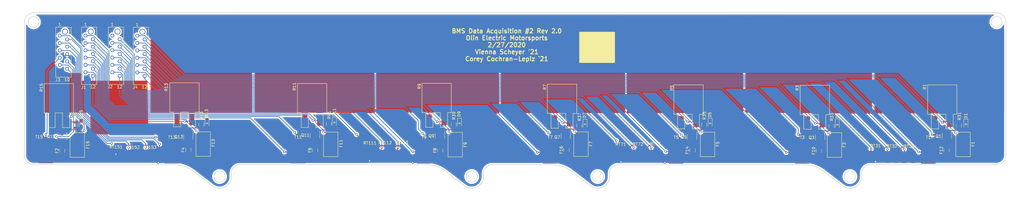
<source format=kicad_pcb>
(kicad_pcb (version 20171130) (host pcbnew 5.1.5-52549c5~84~ubuntu18.04.1)
  (layers (0 F.Cu signal) (31 B.Cu signal) (34 B.Paste user) (35 F.Paste user) (36 B.SilkS user) (37 F.SilkS user) (38 B.Mask user) (39 F.Mask user) (44 Edge.Cuts user))
  (net 0 "")
  (net 1 "Net-(D1-Pad1)")
  (net 2 "Net-(D1-Pad2)")
  (net 3 "Net-(D3-Pad2)")
  (net 4 "Net-(D3-Pad1)")
  (net 5 "Net-(D5-Pad1)")
  (net 6 "Net-(D5-Pad2)")
  (net 7 "Net-(D7-Pad1)")
  (net 8 "Net-(D7-Pad2)")
  (net 9 "Net-(D9-Pad2)")
  (net 10 "Net-(D9-Pad1)")
  (net 11 "Net-(D11-Pad2)")
  (net 12 "Net-(D11-Pad1)")
  (net 13 "Net-(D13-Pad2)")
  (net 14 "Net-(D13-Pad1)")
  (net 15 "Net-(D15-Pad1)")
  (net 16 "Net-(D15-Pad2)")
  (net 17 /C1)
  (net 18 /PWR2)
  (net 19 /PWR4)
  (net 20 /C3)
  (net 21 /C5)
  (net 22 /PWR6)
  (net 23 /PWR8)
  (net 24 /C7)
  (net 25 /C9)
  (net 26 /PWR10)
  (net 27 /PWR12)
  (net 28 /C11)
  (net 29 /C13)
  (net 30 /PWR14)
  (net 31 /PWR16)
  (net 32 /C15)
  (net 33 /C15_T3)
  (net 34 /C15_T2)
  (net 35 /C15_T1)
  (net 36 /C11_T3)
  (net 37 /PWR13)
  (net 38 /PWR15)
  (net 39 /C3_T1)
  (net 40 /C3_T3)
  (net 41 /C7_T2)
  (net 42 /C11_T1)
  (net 43 /C3_T2)
  (net 44 /C11_T2)
  (net 45 /C7_T3)
  (net 46 /C7_T1)
  (net 47 /Q7)
  (net 48 /Q11)
  (net 49 /Q15)
  (net 50 /Q3)
  (net 51 /Q13)
  (net 52 /Q9)
  (net 53 /Q5)
  (net 54 /Q1)
  (net 55 /GND1)
  (net 56 /PWR11)
  (net 57 /PWR9)
  (net 58 /PWR7)
  (net 59 /PWR5)
  (net 60 /PWR3)
  (net 61 /PWR1)
  (net 62 "Net-(R1-PadEP)")
  (net 63 "Net-(R3-PadEP)")
  (net 64 "Net-(R5-PadEP)")
  (net 65 "Net-(R7-PadEP)")
  (net 66 "Net-(R9-PadEP)")
  (net 67 "Net-(R11-PadEP)")
  (net 68 "Net-(R13-PadEP)")
  (net 69 "Net-(R15-PadEP)")
  (net 70 "Net-(J2-Pad1)")
  (net 71 "Net-(F2-Pad2)")
  (net 72 "Net-(F4-Pad2)")
  (net 73 "Net-(F6-Pad2)")
  (net 74 "Net-(F8-Pad2)")
  (net 75 "Net-(F10-Pad2)")
  (net 76 "Net-(F12-Pad2)")
  (net 77 "Net-(F14-Pad2)")
  (net 78 "Net-(F16-Pad2)")
  (module footprints:LED_0805_OEM (layer F.Cu) (at 303.6316 126.8984 270)
    (fp_text reference D1 (at -2.9464 0.0508 270) (layer F.SilkS))
    (fp_text value LED_0805 hide)
    (pad 1 smd rect (at -1.1 0 90) (size 1.2 1.2) (layers F.Cu F.Paste F.Mask) (net 1 "Net-(D1-Pad1)"))
    (pad 2 smd rect (at 1.1 0 90) (size 1.2 1.2) (layers F.Cu F.Paste F.Mask) (net 2 "Net-(D1-Pad2)"))
  )
  (module footprints:LED_0805_OEM (layer F.Cu) (at 259.0292 127.043 270)
    (fp_text reference D3 (at -3.0734 0.0254 270) (layer F.SilkS))
    (fp_text value LED_0805 hide)
    (pad 2 smd rect (at 1.1 0 90) (size 1.2 1.2) (layers F.Cu F.Paste F.Mask) (net 3 "Net-(D3-Pad2)"))
    (pad 1 smd rect (at -1.1 0 90) (size 1.2 1.2) (layers F.Cu F.Paste F.Mask) (net 4 "Net-(D3-Pad1)"))
  )
  (module footprints:LED_0805_OEM (layer F.Cu) (at 214.9602 126.619 270)
    (fp_text reference D5 (at -2.9972 0.127 270) (layer F.SilkS))
    (fp_text value LED_0805 hide)
    (pad 1 smd rect (at -1.1 0 90) (size 1.2 1.2) (layers F.Cu F.Paste F.Mask) (net 5 "Net-(D5-Pad1)"))
    (pad 2 smd rect (at 1.1 0 90) (size 1.2 1.2) (layers F.Cu F.Paste F.Mask) (net 6 "Net-(D5-Pad2)"))
  )
  (module footprints:LED_0805_OEM (layer F.Cu) (at 171.6278 126.9238 270)
    (fp_text reference D7 (at -3.1242 0.1778 270) (layer F.SilkS))
    (fp_text value LED_0805 hide)
    (pad 1 smd rect (at -1.1 0 90) (size 1.2 1.2) (layers F.Cu F.Paste F.Mask) (net 7 "Net-(D7-Pad1)"))
    (pad 2 smd rect (at 1.1 0 90) (size 1.2 1.2) (layers F.Cu F.Paste F.Mask) (net 8 "Net-(D7-Pad2)"))
  )
  (module footprints:LED_0805_OEM (layer F.Cu) (at 128.1176 126.5936 270)
    (fp_text reference D9 (at -3.2512 0.1524 270) (layer F.SilkS))
    (fp_text value LED_0805 hide)
    (pad 2 smd rect (at 1.1 0 90) (size 1.2 1.2) (layers F.Cu F.Paste F.Mask) (net 9 "Net-(D9-Pad2)"))
    (pad 1 smd rect (at -1.1 0 90) (size 1.2 1.2) (layers F.Cu F.Paste F.Mask) (net 10 "Net-(D9-Pad1)"))
  )
  (module footprints:LED_0805_OEM (layer F.Cu) (at 84.7852 126.2888 270)
    (fp_text reference D11 (at -3.5306 0.0254 270) (layer F.SilkS))
    (fp_text value LED_0805 hide)
    (pad 2 smd rect (at 1.1 0 90) (size 1.2 1.2) (layers F.Cu F.Paste F.Mask) (net 11 "Net-(D11-Pad2)"))
    (pad 1 smd rect (at -1.1 0 90) (size 1.2 1.2) (layers F.Cu F.Paste F.Mask) (net 12 "Net-(D11-Pad1)"))
  )
  (module footprints:LED_0805_OEM (layer F.Cu) (at 40.6146 126.5174 270)
    (fp_text reference D13 (at -3.4544 0.1524 270) (layer F.SilkS))
    (fp_text value LED_0805 hide)
    (pad 2 smd rect (at 1.1 0 90) (size 1.2 1.2) (layers F.Cu F.Paste F.Mask) (net 13 "Net-(D13-Pad2)"))
    (pad 1 smd rect (at -1.1 0 90) (size 1.2 1.2) (layers F.Cu F.Paste F.Mask) (net 14 "Net-(D13-Pad1)"))
  )
  (module footprints:LED_0805_OEM (layer F.Cu) (at -2.9972 126.789 270)
    (fp_text reference D15 (at -3.429 0.0254 270) (layer F.SilkS))
    (fp_text value LED_0805 hide)
    (pad 1 smd rect (at -1.1 0 90) (size 1.2 1.2) (layers F.Cu F.Paste F.Mask) (net 15 "Net-(D15-Pad1)"))
    (pad 2 smd rect (at 1.1 0 90) (size 1.2 1.2) (layers F.Cu F.Paste F.Mask) (net 16 "Net-(D15-Pad2)"))
  )
  (module footprints:Fuse_1812 (layer F.Cu) (at 302.641 136.62 90)
    (fp_text reference F1 (at 2.8702 3.429 90) (layer F.SilkS))
    (fp_text value 200mA_Fuse hide)
    (pad 2 smd rect (at 5.28 0 90) (size 1.78 3.5) (layers F.Cu F.Paste F.Mask) (net 17 /C1))
    (pad 1 smd rect (at 0 0 90) (size 1.78 3.5) (layers F.Cu F.Paste F.Mask) (net 18 /PWR2))
  )
  (module footprints:Fuse_1812 (layer F.Cu) (at 258.04 136.8 90)
    (fp_text reference F3 (at 2.7432 3.4036 90) (layer F.SilkS))
    (fp_text value 200mA_Fuse hide)
    (pad 1 smd rect (at 0 0 90) (size 1.78 3.5) (layers F.Cu F.Paste F.Mask) (net 19 /PWR4))
    (pad 2 smd rect (at 5.28 0 90) (size 1.78 3.5) (layers F.Cu F.Paste F.Mask) (net 20 /C3))
  )
  (module footprints:Fuse_1812 (layer F.Cu) (at 214.0966 136.61 90)
    (fp_text reference F5 (at 2.8448 3.4798 90) (layer F.SilkS))
    (fp_text value 200mA_Fuse hide)
    (pad 2 smd rect (at 5.28 0 90) (size 1.78 3.5) (layers F.Cu F.Paste F.Mask) (net 21 /C5))
    (pad 1 smd rect (at 0 0 90) (size 1.78 3.5) (layers F.Cu F.Paste F.Mask) (net 22 /PWR6))
  )
  (module footprints:Fuse_1812 (layer F.Cu) (at 170.2054 136.53 90)
    (fp_text reference F7 (at 2.8448 3.4544 90) (layer F.SilkS))
    (fp_text value 200mA_Fuse hide)
    (pad 1 smd rect (at 0 0 90) (size 1.78 3.5) (layers F.Cu F.Paste F.Mask) (net 23 /PWR8))
    (pad 2 smd rect (at 5.28 0 90) (size 1.78 3.5) (layers F.Cu F.Paste F.Mask) (net 24 /C7))
  )
  (module footprints:Fuse_1812 (layer F.Cu) (at 126.6444 136.7 90)
    (fp_text reference F9 (at 2.7178 3.5052 90) (layer F.SilkS))
    (fp_text value 200mA_Fuse hide)
    (pad 2 smd rect (at 5.28 0 90) (size 1.78 3.5) (layers F.Cu F.Paste F.Mask) (net 25 /C9))
    (pad 1 smd rect (at 0 0 90) (size 1.78 3.5) (layers F.Cu F.Paste F.Mask) (net 26 /PWR10))
  )
  (module footprints:Fuse_1812 (layer F.Cu) (at 83.4898 136.59 90)
    (fp_text reference F11 (at 3.048 3.556 90) (layer F.SilkS))
    (fp_text value 200mA_Fuse hide)
    (pad 1 smd rect (at 0 0 90) (size 1.78 3.5) (layers F.Cu F.Paste F.Mask) (net 27 /PWR12))
    (pad 2 smd rect (at 5.28 0 90) (size 1.78 3.5) (layers F.Cu F.Paste F.Mask) (net 28 /C11))
  )
  (module footprints:Fuse_1812 (layer F.Cu) (at 39.2938 136.5 90)
    (fp_text reference F13 (at 3.1496 3.4544 270) (layer F.SilkS))
    (fp_text value 200mA_Fuse hide)
    (pad 2 smd rect (at 5.28 0 90) (size 1.78 3.5) (layers F.Cu F.Paste F.Mask) (net 29 /C13))
    (pad 1 smd rect (at 0 0 90) (size 1.78 3.5) (layers F.Cu F.Paste F.Mask) (net 30 /PWR14))
  )
  (module footprints:Fuse_1812 (layer F.Cu) (at -4.3434 136.81 90)
    (fp_text reference F15 (at 2.7686 3.6576 90) (layer F.SilkS))
    (fp_text value 200mA_Fuse hide)
    (pad 1 smd rect (at 0 0 90) (size 1.78 3.5) (layers F.Cu F.Paste F.Mask) (net 31 /PWR16))
    (pad 2 smd rect (at 5.28 0 90) (size 1.78 3.5) (layers F.Cu F.Paste F.Mask) (net 32 /C15))
  )
  (module footprints:micromatch_female_vert_12 (layer F.Cu) (at -1.4732 101.2444)
    (fp_text reference J1 (at -0.6604 12.8524) (layer F.SilkS))
    (fp_text value MM_M_VT_12 hide)
    (fp_text user 12 (at 2.54 12.7) (layer F.SilkS))
    (fp_text user 1 (at 0 -8.89) (layer F.SilkS))
    (pad 5 thru_hole circle (at 0 0) (size 1.3 1.3) (drill 0.8) (layers *.Cu *.Mask) (net 44 /C11_T2))
    (pad 3 thru_hole circle (at 0 -2.54) (size 1.3 1.3) (drill 0.8) (layers *.Cu *.Mask) (net 26 /PWR10))
    (pad 1 thru_hole circle (at 0 -5.08) (size 1.3 1.3) (drill 0.8) (layers *.Cu *.Mask) (net 57 /PWR9))
    (pad 7 thru_hole circle (at 0 2.54) (size 1.3 1.3) (drill 0.8) (layers *.Cu *.Mask) (net 28 /C11))
    (pad 2 thru_hole circle (at 2.54 -3.81) (size 1.3 1.3) (drill 0.8) (layers *.Cu *.Mask) (net 52 /Q9))
    (pad 4 thru_hole circle (at 2.54 -1.27) (size 1.3 1.3) (drill 0.8) (layers *.Cu *.Mask) (net 36 /C11_T3))
    (pad 6 thru_hole circle (at 2.54 1.27) (size 1.3 1.3) (drill 0.8) (layers *.Cu *.Mask) (net 42 /C11_T1))
    (pad 8 thru_hole circle (at 2.54 3.81) (size 1.3 1.3) (drill 0.8) (layers *.Cu *.Mask) (net 56 /PWR11))
    (pad 9 thru_hole circle (at 0 5.08) (size 1.3 1.3) (drill 0.8) (layers *.Cu *.Mask) (net 48 /Q11))
    (pad 10 thru_hole circle (at 2.54 6.35) (size 1.3 1.3) (drill 0.8) (layers *.Cu *.Mask) (net 27 /PWR12))
    (pad 11 thru_hole circle (at 0 7.62) (size 1.3 1.3) (drill 0.8) (layers *.Cu *.Mask) (net 29 /C13))
    (pad 12 thru_hole circle (at 2.54 8.89) (size 1.3 1.3) (drill 0.8) (layers *.Cu *.Mask) (net 37 /PWR13))
    (pad 13 thru_hole circle (at 1.8 -6.48) (size 2 2) (drill 1.5) (layers *.Cu *.Mask))
  )
  (module footprints:micromatch_female_vert_12 (layer F.Cu) (at 7.8105 101.2317)
    (fp_text reference J2 (at -0.7874 12.6746) (layer F.SilkS))
    (fp_text value MM_M_VT_12 hide)
    (fp_text user 1 (at 0 -8.89) (layer F.SilkS))
    (fp_text user 12 (at 2.54 12.7) (layer F.SilkS))
    (pad 13 thru_hole circle (at 1.8 -6.48) (size 2 2) (drill 1.5) (layers *.Cu *.Mask))
    (pad 12 thru_hole circle (at 2.54 8.89) (size 1.3 1.3) (drill 0.8) (layers *.Cu *.Mask) (net 25 /C9))
    (pad 11 thru_hole circle (at 0 7.62) (size 1.3 1.3) (drill 0.8) (layers *.Cu *.Mask) (net 23 /PWR8))
    (pad 10 thru_hole circle (at 2.54 6.35) (size 1.3 1.3) (drill 0.8) (layers *.Cu *.Mask) (net 47 /Q7))
    (pad 9 thru_hole circle (at 0 5.08) (size 1.3 1.3) (drill 0.8) (layers *.Cu *.Mask) (net 58 /PWR7))
    (pad 8 thru_hole circle (at 2.54 3.81) (size 1.3 1.3) (drill 0.8) (layers *.Cu *.Mask) (net 24 /C7))
    (pad 6 thru_hole circle (at 2.54 1.27) (size 1.3 1.3) (drill 0.8) (layers *.Cu *.Mask) (net 41 /C7_T2))
    (pad 4 thru_hole circle (at 2.54 -1.27) (size 1.3 1.3) (drill 0.8) (layers *.Cu *.Mask) (net 22 /PWR6))
    (pad 2 thru_hole circle (at 2.54 -3.81) (size 1.3 1.3) (drill 0.8) (layers *.Cu *.Mask) (net 59 /PWR5))
    (pad 7 thru_hole circle (at 0 2.54) (size 1.3 1.3) (drill 0.8) (layers *.Cu *.Mask) (net 46 /C7_T1))
    (pad 1 thru_hole circle (at 0 -5.08) (size 1.3 1.3) (drill 0.8) (layers *.Cu *.Mask) (net 70 "Net-(J2-Pad1)"))
    (pad 3 thru_hole circle (at 0 -2.54) (size 1.3 1.3) (drill 0.8) (layers *.Cu *.Mask) (net 53 /Q5))
    (pad 5 thru_hole circle (at 0 0) (size 1.3 1.3) (drill 0.8) (layers *.Cu *.Mask) (net 45 /C7_T3))
  )
  (module footprints:micromatch_female_vert_10 (layer F.Cu) (at -10.3886 101.2698)
    (fp_text reference J3 (at -0.7112 10.2362) (layer F.SilkS))
    (fp_text value MM_M_VT_10 hide)
    (fp_text user 10 (at 2.54 10.16) (layer F.SilkS))
    (fp_text user 1 (at 0 -8.89) (layer F.SilkS))
    (pad 5 thru_hole circle (at 0 0) (size 1.3 1.3) (drill 0.8) (layers *.Cu *.Mask) (net 35 /C15_T1))
    (pad 3 thru_hole circle (at 0 -2.54) (size 1.3 1.3) (drill 0.8) (layers *.Cu *.Mask) (net 33 /C15_T3))
    (pad 1 thru_hole circle (at 0 -5.08) (size 1.3 1.3) (drill 0.8) (layers *.Cu *.Mask) (net 51 /Q13))
    (pad 7 thru_hole circle (at 0 2.54) (size 1.3 1.3) (drill 0.8) (layers *.Cu *.Mask) (net 31 /PWR16))
    (pad 2 thru_hole circle (at 2.54 -3.81) (size 1.3 1.3) (drill 0.8) (layers *.Cu *.Mask) (net 30 /PWR14))
    (pad 4 thru_hole circle (at 2.54 -1.27) (size 1.3 1.3) (drill 0.8) (layers *.Cu *.Mask) (net 34 /C15_T2))
    (pad 6 thru_hole circle (at 2.54 1.27) (size 1.3 1.3) (drill 0.8) (layers *.Cu *.Mask) (net 55 /GND1))
    (pad 8 thru_hole circle (at 2.54 3.81) (size 1.3 1.3) (drill 0.8) (layers *.Cu *.Mask) (net 32 /C15))
    (pad 9 thru_hole circle (at 0 5.08) (size 1.3 1.3) (drill 0.8) (layers *.Cu *.Mask) (net 49 /Q15))
    (pad 10 thru_hole circle (at 2.54 6.35) (size 1.3 1.3) (drill 0.8) (layers *.Cu *.Mask) (net 38 /PWR15))
    (pad 11 thru_hole circle (at 1.8 -6.48) (size 2 2) (drill 1.5) (layers *.Cu *.Mask))
  )
  (module footprints:micromatch_female_vert_12 (layer F.Cu) (at 16.4465 101.2825)
    (fp_text reference J4 (at -0.6858 12.7508) (layer F.SilkS))
    (fp_text value MM_M_VT_12 hide)
    (fp_text user 12 (at 2.54 12.7) (layer F.SilkS))
    (fp_text user 1 (at 0 -8.89) (layer F.SilkS))
    (pad 5 thru_hole circle (at 0 0) (size 1.3 1.3) (drill 0.8) (layers *.Cu *.Mask) (net 40 /C3_T3))
    (pad 3 thru_hole circle (at 0 -2.54) (size 1.3 1.3) (drill 0.8) (layers *.Cu *.Mask) (net 54 /Q1))
    (pad 1 thru_hole circle (at 0 -5.08) (size 1.3 1.3) (drill 0.8) (layers *.Cu *.Mask) (net 17 /C1))
    (pad 7 thru_hole circle (at 0 2.54) (size 1.3 1.3) (drill 0.8) (layers *.Cu *.Mask) (net 39 /C3_T1))
    (pad 2 thru_hole circle (at 2.54 -3.81) (size 1.3 1.3) (drill 0.8) (layers *.Cu *.Mask) (net 61 /PWR1))
    (pad 4 thru_hole circle (at 2.54 -1.27) (size 1.3 1.3) (drill 0.8) (layers *.Cu *.Mask) (net 18 /PWR2))
    (pad 6 thru_hole circle (at 2.54 1.27) (size 1.3 1.3) (drill 0.8) (layers *.Cu *.Mask) (net 43 /C3_T2))
    (pad 8 thru_hole circle (at 2.54 3.81) (size 1.3 1.3) (drill 0.8) (layers *.Cu *.Mask) (net 20 /C3))
    (pad 9 thru_hole circle (at 0 5.08) (size 1.3 1.3) (drill 0.8) (layers *.Cu *.Mask) (net 60 /PWR3))
    (pad 10 thru_hole circle (at 2.54 6.35) (size 1.3 1.3) (drill 0.8) (layers *.Cu *.Mask) (net 50 /Q3))
    (pad 11 thru_hole circle (at 0 7.62) (size 1.3 1.3) (drill 0.8) (layers *.Cu *.Mask) (net 19 /PWR4))
    (pad 12 thru_hole circle (at 2.54 8.89) (size 1.3 1.3) (drill 0.8) (layers *.Cu *.Mask) (net 21 /C5))
    (pad 13 thru_hole circle (at 1.8 -6.48) (size 2 2) (drill 1.5) (layers *.Cu *.Mask))
  )
  (module footprints:R_0805_OEM (layer F.Cu) (at 301.1932 127.3302 90)
    (fp_text reference R31 (at 3.2512 0.2032 90) (layer F.SilkS))
    (fp_text value R_475 hide)
    (pad 1 smd rect (at -0.95 0 90) (size 0.7 1.3) (layers F.Cu F.Paste F.Mask) (net 1 "Net-(D1-Pad1)"))
    (pad 2 smd rect (at 0.95 0 90) (size 0.7 1.3) (layers F.Cu F.Paste F.Mask) (net 61 /PWR1))
  )
  (module footprints:R_0805_OEM (layer F.Cu) (at 257.048 127.4318 90)
    (fp_text reference R33 (at 3.0734 0.1016 90) (layer F.SilkS))
    (fp_text value R_475 hide)
    (pad 2 smd rect (at 0.95 0 90) (size 0.7 1.3) (layers F.Cu F.Paste F.Mask) (net 60 /PWR3))
    (pad 1 smd rect (at -0.95 0 90) (size 0.7 1.3) (layers F.Cu F.Paste F.Mask) (net 4 "Net-(D3-Pad1)"))
  )
  (module footprints:R_0805_OEM (layer F.Cu) (at 212.9536 127 90)
    (fp_text reference R35 (at 3.0734 0.0254 90) (layer F.SilkS))
    (fp_text value R_475 hide)
    (pad 2 smd rect (at 0.95 0 90) (size 0.7 1.3) (layers F.Cu F.Paste F.Mask) (net 59 /PWR5))
    (pad 1 smd rect (at -0.95 0 90) (size 0.7 1.3) (layers F.Cu F.Paste F.Mask) (net 5 "Net-(D5-Pad1)"))
  )
  (module footprints:R_0805_OEM (layer F.Cu) (at 169.672 127.3302 90)
    (fp_text reference R37 (at 2.9718 0.0508 90) (layer F.SilkS))
    (fp_text value R_475 hide)
    (pad 1 smd rect (at -0.95 0 90) (size 0.7 1.3) (layers F.Cu F.Paste F.Mask) (net 7 "Net-(D7-Pad1)"))
    (pad 2 smd rect (at 0.95 0 90) (size 0.7 1.3) (layers F.Cu F.Paste F.Mask) (net 58 /PWR7))
  )
  (module footprints:R_0805_OEM (layer F.Cu) (at 126.1364 126.9848 90)
    (fp_text reference R39 (at 3.048 0.0508 90) (layer F.SilkS))
    (fp_text value R_475 hide)
    (pad 2 smd rect (at 0.95 0 90) (size 0.7 1.3) (layers F.Cu F.Paste F.Mask) (net 57 /PWR9))
    (pad 1 smd rect (at -0.95 0 90) (size 0.7 1.3) (layers F.Cu F.Paste F.Mask) (net 10 "Net-(D9-Pad1)"))
  )
  (module footprints:R_0805_OEM (layer F.Cu) (at 82.8548 126.68 90)
    (fp_text reference R41 (at 2.9718 0.1016 90) (layer F.SilkS))
    (fp_text value R_475 hide)
    (pad 1 smd rect (at -0.95 0 90) (size 0.7 1.3) (layers F.Cu F.Paste F.Mask) (net 12 "Net-(D11-Pad1)"))
    (pad 2 smd rect (at 0.95 0 90) (size 0.7 1.3) (layers F.Cu F.Paste F.Mask) (net 56 /PWR11))
  )
  (module footprints:R_0805_OEM (layer F.Cu) (at 38.608 126.9238 90)
    (fp_text reference R43 (at 3.0226 0.1016 90) (layer F.SilkS))
    (fp_text value R_475 hide)
    (pad 2 smd rect (at 0.95 0 90) (size 0.7 1.3) (layers F.Cu F.Paste F.Mask) (net 37 /PWR13))
    (pad 1 smd rect (at -0.95 0 90) (size 0.7 1.3) (layers F.Cu F.Paste F.Mask) (net 14 "Net-(D13-Pad1)"))
  )
  (module footprints:R_0805_OEM (layer F.Cu) (at -5.0038 127.1778 90)
    (fp_text reference R45 (at 2.9718 0.0508 90) (layer F.SilkS))
    (fp_text value R_475 hide)
    (pad 1 smd rect (at -0.95 0 90) (size 0.7 1.3) (layers F.Cu F.Paste F.Mask) (net 15 "Net-(D15-Pad1)"))
    (pad 2 smd rect (at 0.95 0 90) (size 0.7 1.3) (layers F.Cu F.Paste F.Mask) (net 38 /PWR15))
  )
  (module footprints:Thermistor (layer F.Cu) (at 272.2386 138.1506)
    (fp_text reference RT31 (at 0.0748 -3.7846) (layer F.SilkS))
    (fp_text value Thermistor hide)
    (pad 2 smd rect (at 1.5 0) (size 1.5 4) (layers F.Cu F.Paste F.Mask) (net 55 /GND1))
    (pad 1 smd rect (at -1.5 0) (size 1.5 4) (layers F.Cu F.Paste F.Mask) (net 39 /C3_T1))
  )
  (module footprints:Thermistor (layer F.Cu) (at 277.9254 138.2268)
    (fp_text reference RT32 (at 0.0649 -3.7719) (layer F.SilkS))
    (fp_text value Thermistor hide)
    (pad 1 smd rect (at -1.5 0) (size 1.5 4) (layers F.Cu F.Paste F.Mask) (net 43 /C3_T2))
    (pad 2 smd rect (at 1.5 0) (size 1.5 4) (layers F.Cu F.Paste F.Mask) (net 55 /GND1))
  )
  (module footprints:Thermistor (layer F.Cu) (at 283.7688 138.303)
    (fp_text reference RT33 (at 0.127 -3.7846) (layer F.SilkS))
    (fp_text value Thermistor hide)
    (pad 2 smd rect (at 1.5 0) (size 1.5 4) (layers F.Cu F.Paste F.Mask) (net 55 /GND1))
    (pad 1 smd rect (at -1.5 0) (size 1.5 4) (layers F.Cu F.Paste F.Mask) (net 40 /C3_T3))
  )
  (module footprints:Thermistor (layer F.Cu) (at 184.0752 137.7061)
    (fp_text reference RT71 (at -0.0649 -3.8735) (layer F.SilkS))
    (fp_text value Thermistor hide)
    (pad 1 smd rect (at -1.5 0) (size 1.5 4) (layers F.Cu F.Paste F.Mask) (net 46 /C7_T1))
    (pad 2 smd rect (at 1.5 0) (size 1.5 4) (layers F.Cu F.Paste F.Mask) (net 55 /GND1))
  )
  (module footprints:Thermistor (layer F.Cu) (at 190.011 137.7823)
    (fp_text reference RT72 (at -0.0317 -3.9751) (layer F.SilkS))
    (fp_text value Thermistor hide)
    (pad 2 smd rect (at 1.5 0) (size 1.5 4) (layers F.Cu F.Paste F.Mask) (net 55 /GND1))
    (pad 1 smd rect (at -1.5 0) (size 1.5 4) (layers F.Cu F.Paste F.Mask) (net 41 /C7_T2))
  )
  (module footprints:Thermistor (layer F.Cu) (at 196.0132 137.8331)
    (fp_text reference RT73 (at -0.0522 -4.1021) (layer F.SilkS))
    (fp_text value Thermistor hide)
    (pad 1 smd rect (at -1.5 0) (size 1.5 4) (layers F.Cu F.Paste F.Mask) (net 45 /C7_T3))
    (pad 2 smd rect (at 1.5 0) (size 1.5 4) (layers F.Cu F.Paste F.Mask) (net 55 /GND1))
  )
  (module footprints:Thermistor (layer F.Cu) (at 96.9645 137.8839)
    (fp_text reference RT111 (at 0.0889 -4.4958) (layer F.SilkS))
    (fp_text value Thermistor hide)
    (pad 2 smd rect (at 1.5 0) (size 1.5 4) (layers F.Cu F.Paste F.Mask) (net 55 /GND1))
    (pad 1 smd rect (at -1.5 0) (size 1.5 4) (layers F.Cu F.Paste F.Mask) (net 42 /C11_T1))
  )
  (module footprints:Thermistor (layer F.Cu) (at 102.5031 137.9093)
    (fp_text reference RT112 (at -0.1411 -4.6101) (layer F.SilkS))
    (fp_text value Thermistor hide)
    (pad 1 smd rect (at -1.5 0) (size 1.5 4) (layers F.Cu F.Paste F.Mask) (net 44 /C11_T2))
    (pad 2 smd rect (at 1.5 0) (size 1.5 4) (layers F.Cu F.Paste F.Mask) (net 55 /GND1))
  )
  (module footprints:Thermistor (layer F.Cu) (at 108.1165 137.9601)
    (fp_text reference RT113 (at -0.0903 -4.7625) (layer F.SilkS))
    (fp_text value Thermistor hide)
    (pad 2 smd rect (at 1.5 0) (size 1.5 4) (layers F.Cu F.Paste F.Mask) (net 55 /GND1))
    (pad 1 smd rect (at -1.5 0) (size 1.5 4) (layers F.Cu F.Paste F.Mask) (net 36 /C11_T3))
  )
  (module footprints:Thermistor (layer F.Cu) (at 9.0156 137.7696)
    (fp_text reference RT151 (at 0.0522 -3.0226) (layer F.SilkS))
    (fp_text value Thermistor hide)
    (pad 1 smd rect (at -1.5 0) (size 1.5 4) (layers F.Cu F.Paste F.Mask) (net 35 /C15_T1))
    (pad 2 smd rect (at 1.5 0) (size 1.5 4) (layers F.Cu F.Paste F.Mask) (net 55 /GND1))
  )
  (module footprints:Thermistor (layer F.Cu) (at 14.9846 137.795)
    (fp_text reference RT152 (at 0.0522 -2.921) (layer F.SilkS))
    (fp_text value Thermistor hide)
    (pad 2 smd rect (at 1.5 0) (size 1.5 4) (layers F.Cu F.Paste F.Mask) (net 55 /GND1))
    (pad 1 smd rect (at -1.5 0) (size 1.5 4) (layers F.Cu F.Paste F.Mask) (net 34 /C15_T2))
  )
  (module footprints:Thermistor (layer F.Cu) (at 20.9042 137.8204)
    (fp_text reference RT153 (at -0.0762 -2.9464) (layer F.SilkS))
    (fp_text value Thermistor hide)
    (pad 1 smd rect (at -1.5 0) (size 1.5 4) (layers F.Cu F.Paste F.Mask) (net 33 /C15_T3))
    (pad 2 smd rect (at 1.5 0) (size 1.5 4) (layers F.Cu F.Paste F.Mask) (net 55 /GND1))
  )
  (module footprints:SOT-23-3_OEM (layer F.Cu) (at 297.03 129.86 270)
    (fp_text reference Q1 (at 1.1938 2.921) (layer F.SilkS))
    (fp_text value BSS308PE hide)
    (pad 3 smd rect (at 0 0 270) (size 0.9 0.8) (layers F.Cu F.Paste F.Mask) (net 2 "Net-(D1-Pad2)"))
    (pad 1 smd rect (at 2 1.05 270) (size 0.9 0.8) (layers F.Cu F.Paste F.Mask) (net 54 /Q1))
    (pad 2 smd rect (at 2 -1.05 270) (size 0.9 0.8) (layers F.Cu F.Paste F.Mask) (net 76 "Net-(F12-Pad2)"))
  )
  (module footprints:SOT-23-3_OEM (layer F.Cu) (at 253.08 130.35 270)
    (fp_text reference Q3 (at 1.143 2.9464) (layer F.SilkS))
    (fp_text value BSS308PE hide)
    (pad 2 smd rect (at 2 -1.05 270) (size 0.9 0.8) (layers F.Cu F.Paste F.Mask) (net 75 "Net-(F10-Pad2)"))
    (pad 1 smd rect (at 2 1.05 270) (size 0.9 0.8) (layers F.Cu F.Paste F.Mask) (net 50 /Q3))
    (pad 3 smd rect (at 0 0 270) (size 0.9 0.8) (layers F.Cu F.Paste F.Mask) (net 3 "Net-(D3-Pad2)"))
  )
  (module footprints:SOT-23-3_OEM (layer F.Cu) (at 208.71 130.25 270)
    (fp_text reference Q5 (at 1.0602 2.8108) (layer F.SilkS))
    (fp_text value BSS308PE hide)
    (pad 3 smd rect (at 0 0 270) (size 0.9 0.8) (layers F.Cu F.Paste F.Mask) (net 6 "Net-(D5-Pad2)"))
    (pad 1 smd rect (at 2 1.05 270) (size 0.9 0.8) (layers F.Cu F.Paste F.Mask) (net 53 /Q5))
    (pad 2 smd rect (at 2 -1.05 270) (size 0.9 0.8) (layers F.Cu F.Paste F.Mask) (net 77 "Net-(F14-Pad2)"))
  )
  (module footprints:SOT-23-3_OEM (layer F.Cu) (at 164.94 129.93 270)
    (fp_text reference Q7 (at 1.4224 2.9464) (layer F.SilkS))
    (fp_text value BSS308PE hide)
    (pad 3 smd rect (at 0 0 270) (size 0.9 0.8) (layers F.Cu F.Paste F.Mask) (net 8 "Net-(D7-Pad2)"))
    (pad 1 smd rect (at 2 1.05 270) (size 0.9 0.8) (layers F.Cu F.Paste F.Mask) (net 47 /Q7))
    (pad 2 smd rect (at 2 -1.05 270) (size 0.9 0.8) (layers F.Cu F.Paste F.Mask) (net 78 "Net-(F16-Pad2)"))
  )
  (module footprints:SOT-23-3_OEM (layer F.Cu) (at 121.33 129.89 270)
    (fp_text reference Q9 (at 1.0414 2.9464) (layer F.SilkS))
    (fp_text value BSS308PE hide)
    (pad 2 smd rect (at 2 -1.05 270) (size 0.9 0.8) (layers F.Cu F.Paste F.Mask) (net 74 "Net-(F8-Pad2)"))
    (pad 1 smd rect (at 2 1.05 270) (size 0.9 0.8) (layers F.Cu F.Paste F.Mask) (net 52 /Q9))
    (pad 3 smd rect (at 0 0 270) (size 0.9 0.8) (layers F.Cu F.Paste F.Mask) (net 9 "Net-(D9-Pad2)"))
  )
  (module footprints:SOT-23-3_OEM (layer F.Cu) (at 78.06 129.73 270)
    (fp_text reference Q11 (at 0.9398 3.3528) (layer F.SilkS))
    (fp_text value BSS308PE hide)
    (pad 2 smd rect (at 2 -1.05 270) (size 0.9 0.8) (layers F.Cu F.Paste F.Mask) (net 73 "Net-(F6-Pad2)"))
    (pad 1 smd rect (at 2 1.05 270) (size 0.9 0.8) (layers F.Cu F.Paste F.Mask) (net 48 /Q11))
    (pad 3 smd rect (at 0 0 270) (size 0.9 0.8) (layers F.Cu F.Paste F.Mask) (net 11 "Net-(D11-Pad2)"))
  )
  (module footprints:SOT-23-3_OEM (layer F.Cu) (at 34.15 130.23 270)
    (fp_text reference Q13 (at 1.016 3.302) (layer F.SilkS))
    (fp_text value BSS308PE hide)
    (pad 2 smd rect (at 2 -1.05 270) (size 0.9 0.8) (layers F.Cu F.Paste F.Mask) (net 72 "Net-(F4-Pad2)"))
    (pad 1 smd rect (at 2 1.05 270) (size 0.9 0.8) (layers F.Cu F.Paste F.Mask) (net 51 /Q13))
    (pad 3 smd rect (at 0 0 270) (size 0.9 0.8) (layers F.Cu F.Paste F.Mask) (net 13 "Net-(D13-Pad2)"))
  )
  (module footprints:SOT-23-3_OEM (layer F.Cu) (at -9.63 130.26 270)
    (fp_text reference Q15 (at 0.81 3.78) (layer F.SilkS))
    (fp_text value BSS308PE hide)
    (pad 3 smd rect (at 0 0 270) (size 0.9 0.8) (layers F.Cu F.Paste F.Mask) (net 16 "Net-(D15-Pad2)"))
    (pad 1 smd rect (at 2 1.05 270) (size 0.9 0.8) (layers F.Cu F.Paste F.Mask) (net 49 /Q15))
    (pad 2 smd rect (at 2 -1.05 270) (size 0.9 0.8) (layers F.Cu F.Paste F.Mask) (net 71 "Net-(F2-Pad2)"))
  )
  (module footprints:Tab_connect_BMS (layer F.Cu) (at 290.6014 136.525)
    (fp_text reference T1 (at 0 -5.08) (layer F.SilkS))
    (fp_text value Tab_Connect_BMS hide)
    (pad 1 smd rect (at 0 0) (size 5 8) (layers F.Cu F.Paste F.Mask) (net 18 /PWR2))
  )
  (module footprints:Tab_connect_BMS (layer F.Cu) (at 246.9134 136.4996)
    (fp_text reference T3 (at 0 -5.08) (layer F.SilkS))
    (fp_text value Tab_Connect_BMS hide)
    (pad 1 smd rect (at 0 0) (size 5 8) (layers F.Cu F.Paste F.Mask) (net 19 /PWR4))
  )
  (module footprints:Tab_connect_BMS (layer F.Cu) (at 203.2 136.4996)
    (fp_text reference T5 (at 0 -5.08) (layer F.SilkS))
    (fp_text value Tab_Connect_BMS hide)
    (pad 1 smd rect (at 0 0) (size 5 8) (layers F.Cu F.Paste F.Mask) (net 22 /PWR6))
  )
  (module footprints:Tab_connect_BMS (layer F.Cu) (at 159.5374 136.4742)
    (fp_text reference T7 (at 0 -5.08) (layer F.SilkS))
    (fp_text value Tab_Connect_BMS hide)
    (pad 1 smd rect (at 0 0) (size 5 8) (layers F.Cu F.Paste F.Mask) (net 23 /PWR8))
  )
  (module footprints:Tab_connect_BMS (layer F.Cu) (at 115.8494 136.4742)
    (fp_text reference T9 (at 0 -5.08) (layer F.SilkS))
    (fp_text value Tab_Connect_BMS hide)
    (pad 1 smd rect (at 0 0) (size 5 8) (layers F.Cu F.Paste F.Mask) (net 26 /PWR10))
  )
  (module footprints:Tab_connect_BMS (layer F.Cu) (at 72.1614 136.398)
    (fp_text reference T11 (at 0 -5.08) (layer F.SilkS))
    (fp_text value Tab_Connect_BMS hide)
    (pad 1 smd rect (at 0 0) (size 5 8) (layers F.Cu F.Paste F.Mask) (net 27 /PWR12))
  )
  (module footprints:Tab_connect_BMS (layer F.Cu) (at 28.4734 136.4488)
    (fp_text reference T13 (at 0 -5.08) (layer F.SilkS))
    (fp_text value Tab_Connect_BMS hide)
    (pad 1 smd rect (at 0 0) (size 5 8) (layers F.Cu F.Paste F.Mask) (net 30 /PWR14))
  )
  (module footprints:Tab_connect_BMS (layer F.Cu) (at -15.2146 136.3726)
    (fp_text reference T15 (at -2.3754 -5.1226) (layer F.SilkS))
    (fp_text value Tab_Connect_BMS hide)
    (pad 1 smd rect (at 0 0) (size 5 8) (layers F.Cu F.Paste F.Mask) (net 31 /PWR16))
  )
  (module footprints:PWR163 (layer F.Cu) (at 295.4147 118.3259)
    (fp_text reference R1 (at -6.0747 -4.4059 90) (layer F.SilkS))
    (fp_text value R_3.3_25W_TO163 hide)
    (pad EP smd rect (at 0 0) (size 7.87 8.51) (layers F.Cu F.Paste F.Mask) (net 62 "Net-(R1-PadEP)"))
    (pad 2 smd rect (at 2.54 7.625) (size 1.65 3.81) (layers F.Cu F.Paste F.Mask) (net 61 /PWR1))
    (pad 1 smd rect (at -2.54 7.625) (size 1.65 3.81) (layers F.Cu F.Paste F.Mask) (net 2 "Net-(D1-Pad2)"))
  )
  (module footprints:PWR163 (layer F.Cu) (at 251.2568 118.4402)
    (fp_text reference R3 (at -6.0168 -4.1402 90) (layer F.SilkS))
    (fp_text value R_3.3_25W_TO163 hide)
    (pad EP smd rect (at 0 0) (size 7.87 8.51) (layers F.Cu F.Paste F.Mask) (net 63 "Net-(R3-PadEP)"))
    (pad 2 smd rect (at 2.54 7.625) (size 1.65 3.81) (layers F.Cu F.Paste F.Mask) (net 60 /PWR3))
    (pad 1 smd rect (at -2.54 7.625) (size 1.65 3.81) (layers F.Cu F.Paste F.Mask) (net 3 "Net-(D3-Pad2)"))
  )
  (module footprints:PWR163 (layer F.Cu) (at 207.4926 118.3209)
    (fp_text reference R5 (at -5.8026 -4.0209 90) (layer F.SilkS))
    (fp_text value R_3.3_25W_TO163 hide)
    (pad EP smd rect (at 0 0) (size 7.87 8.51) (layers F.Cu F.Paste F.Mask) (net 64 "Net-(R5-PadEP)"))
    (pad 2 smd rect (at 2.54 7.625) (size 1.65 3.81) (layers F.Cu F.Paste F.Mask) (net 59 /PWR5))
    (pad 1 smd rect (at -2.54 7.625) (size 1.65 3.81) (layers F.Cu F.Paste F.Mask) (net 6 "Net-(D5-Pad2)"))
  )
  (module footprints:PWR163 (layer F.Cu) (at 163.6522 118.0719)
    (fp_text reference R7 (at -5.9522 -4.0419 90) (layer F.SilkS))
    (fp_text value R_3.3_25W_TO163 hide)
    (pad EP smd rect (at 0 0) (size 7.87 8.51) (layers F.Cu F.Paste F.Mask) (net 65 "Net-(R7-PadEP)"))
    (pad 2 smd rect (at 2.54 7.625) (size 1.65 3.81) (layers F.Cu F.Paste F.Mask) (net 58 /PWR7))
    (pad 1 smd rect (at -2.54 7.625) (size 1.65 3.81) (layers F.Cu F.Paste F.Mask) (net 8 "Net-(D7-Pad2)"))
  )
  (module footprints:PWR163 (layer F.Cu) (at 120.2055 117.7544)
    (fp_text reference R9 (at -5.9955 -4.0044 90) (layer F.SilkS))
    (fp_text value R_3.3_25W_TO163 hide)
    (pad EP smd rect (at 0 0) (size 7.87 8.51) (layers F.Cu F.Paste F.Mask) (net 66 "Net-(R9-PadEP)"))
    (pad 2 smd rect (at 2.54 7.625) (size 1.65 3.81) (layers F.Cu F.Paste F.Mask) (net 57 /PWR9))
    (pad 1 smd rect (at -2.54 7.625) (size 1.65 3.81) (layers F.Cu F.Paste F.Mask) (net 9 "Net-(D9-Pad2)"))
  )
  (module footprints:PWR163 (layer F.Cu) (at 77.0636 117.8433)
    (fp_text reference R11 (at -6.1336 -4.0333 90) (layer F.SilkS))
    (fp_text value R_3.3_25W_TO163 hide)
    (pad EP smd rect (at 0 0) (size 7.87 8.51) (layers F.Cu F.Paste F.Mask) (net 67 "Net-(R11-PadEP)"))
    (pad 2 smd rect (at 2.54 7.625) (size 1.65 3.81) (layers F.Cu F.Paste F.Mask) (net 56 /PWR11))
    (pad 1 smd rect (at -2.54 7.625) (size 1.65 3.81) (layers F.Cu F.Paste F.Mask) (net 11 "Net-(D11-Pad2)"))
  )
  (module footprints:PWR163 (layer F.Cu) (at 32.8168 117.6097)
    (fp_text reference R13 (at -6.3168 -3.5797 90) (layer F.SilkS))
    (fp_text value R_3.3_25W_TO163 hide)
    (pad EP smd rect (at 0 0) (size 7.87 8.51) (layers F.Cu F.Paste F.Mask) (net 68 "Net-(R13-PadEP)"))
    (pad 2 smd rect (at 2.54 7.625) (size 1.65 3.81) (layers F.Cu F.Paste F.Mask) (net 37 /PWR13))
    (pad 1 smd rect (at -2.54 7.625) (size 1.65 3.81) (layers F.Cu F.Paste F.Mask) (net 13 "Net-(D13-Pad2)"))
  )
  (module footprints:PWR163 (layer F.Cu) (at -10.7315 117.8687)
    (fp_text reference R15 (at -6.0385 -3.6887 90) (layer F.SilkS))
    (fp_text value R_3.3_25W_TO163 hide)
    (pad EP smd rect (at 0 0) (size 7.87 8.51) (layers F.Cu F.Paste F.Mask) (net 69 "Net-(R15-PadEP)"))
    (pad 2 smd rect (at 2.54 7.625) (size 1.65 3.81) (layers F.Cu F.Paste F.Mask) (net 38 /PWR15))
    (pad 1 smd rect (at -2.54 7.625) (size 1.65 3.81) (layers F.Cu F.Paste F.Mask) (net 16 "Net-(D15-Pad2)"))
  )
  (module footprints:Fuse_1206 (layer F.Cu) (at -9.56 136.08 90)
    (fp_text reference F2 (at 0 -1.82 90) (layer F.SilkS))
    (fp_text value 1.5A_Fuse hide)
    (pad 1 smd roundrect (at -1.4 0 90) (size 1.25 1.75) (layers F.Cu F.Paste F.Mask) (roundrect_rratio 0.2) (net 31 /PWR16))
    (pad 2 smd roundrect (at 1.4 0 90) (size 1.25 1.75) (layers F.Cu F.Paste F.Mask) (roundrect_rratio 0.2) (net 71 "Net-(F2-Pad2)"))
  )
  (module footprints:Fuse_1206 (layer F.Cu) (at 34.17 135.77 90)
    (fp_text reference F4 (at 0 -1.82 90) (layer F.SilkS))
    (fp_text value 1.5A_Fuse hide)
    (pad 2 smd roundrect (at 1.4 0 90) (size 1.25 1.75) (layers F.Cu F.Paste F.Mask) (roundrect_rratio 0.2) (net 72 "Net-(F4-Pad2)"))
    (pad 1 smd roundrect (at -1.4 0 90) (size 1.25 1.75) (layers F.Cu F.Paste F.Mask) (roundrect_rratio 0.2) (net 30 /PWR14))
  )
  (module footprints:Fuse_1206 (layer F.Cu) (at 78.07 135.86 90)
    (fp_text reference F6 (at 0 -1.82 90) (layer F.SilkS))
    (fp_text value 1.5A_Fuse hide)
    (pad 1 smd roundrect (at -1.4 0 90) (size 1.25 1.75) (layers F.Cu F.Paste F.Mask) (roundrect_rratio 0.2) (net 27 /PWR12))
    (pad 2 smd roundrect (at 1.4 0 90) (size 1.25 1.75) (layers F.Cu F.Paste F.Mask) (roundrect_rratio 0.2) (net 73 "Net-(F6-Pad2)"))
  )
  (module footprints:Fuse_1206 (layer F.Cu) (at 121.45 135.97 90)
    (fp_text reference F8 (at 0 -1.82 90) (layer F.SilkS))
    (fp_text value 1.5A_Fuse hide)
    (pad 2 smd roundrect (at 1.4 0 90) (size 1.25 1.75) (layers F.Cu F.Paste F.Mask) (roundrect_rratio 0.2) (net 74 "Net-(F8-Pad2)"))
    (pad 1 smd roundrect (at -1.4 0 90) (size 1.25 1.75) (layers F.Cu F.Paste F.Mask) (roundrect_rratio 0.2) (net 26 /PWR10))
  )
  (module footprints:Fuse_1206 (layer F.Cu) (at 252.67 136.07 90)
    (fp_text reference F10 (at 0 -1.82 90) (layer F.SilkS))
    (fp_text value 1.5A_Fuse hide)
    (pad 1 smd roundrect (at -1.4 0 90) (size 1.25 1.75) (layers F.Cu F.Paste F.Mask) (roundrect_rratio 0.2) (net 19 /PWR4))
    (pad 2 smd roundrect (at 1.4 0 90) (size 1.25 1.75) (layers F.Cu F.Paste F.Mask) (roundrect_rratio 0.2) (net 75 "Net-(F10-Pad2)"))
  )
  (module footprints:Fuse_1206 (layer F.Cu) (at 296.92 135.89 90)
    (fp_text reference F12 (at 0 -1.82 90) (layer F.SilkS))
    (fp_text value 1.5A_Fuse hide)
    (pad 2 smd roundrect (at 1.4 0 90) (size 1.25 1.75) (layers F.Cu F.Paste F.Mask) (roundrect_rratio 0.2) (net 76 "Net-(F12-Pad2)"))
    (pad 1 smd roundrect (at -1.4 0 90) (size 1.25 1.75) (layers F.Cu F.Paste F.Mask) (roundrect_rratio 0.2) (net 18 /PWR2))
  )
  (module footprints:Fuse_1206 (layer F.Cu) (at 208.86 135.88 90)
    (fp_text reference F14 (at 0 -1.82 90) (layer F.SilkS))
    (fp_text value 1.5A_Fuse hide)
    (pad 2 smd roundrect (at 1.4 0 90) (size 1.25 1.75) (layers F.Cu F.Paste F.Mask) (roundrect_rratio 0.2) (net 77 "Net-(F14-Pad2)"))
    (pad 1 smd roundrect (at -1.4 0 90) (size 1.25 1.75) (layers F.Cu F.Paste F.Mask) (roundrect_rratio 0.2) (net 22 /PWR6))
  )
  (module footprints:Fuse_1206 (layer F.Cu) (at 165.2 135.8 90)
    (fp_text reference F16 (at 0 -1.82 90) (layer F.SilkS))
    (fp_text value 1.5A_Fuse hide)
    (pad 1 smd roundrect (at -1.4 0 90) (size 1.25 1.75) (layers F.Cu F.Paste F.Mask) (roundrect_rratio 0.2) (net 23 /PWR8))
    (pad 2 smd roundrect (at 1.4 0 90) (size 1.25 1.75) (layers F.Cu F.Paste F.Mask) (roundrect_rratio 0.2) (net 78 "Net-(F16-Pad2)"))
  )
  (gr_line (start 139.505474 140.841458) (end 160.103999 140.841458) (layer Edge.Cuts) (width 0.2))
  (gr_line (start 136.408431 144.998023) (end 136.408431 143.9385) (layer Edge.Cuts) (width 0.2))
  (gr_arc (start -19.474001 137.666458) (end -22.649001 137.666458) (angle -90) (layer Edge.Cuts) (width 0.2))
  (gr_line (start 267.472431 144.998023) (end 267.472431 143.9385) (layer Edge.Cuts) (width 0.2))
  (gr_arc (start 263.408431 144.998023) (end 260.935299 148.222882) (angle -127.4844624) (layer Edge.Cuts) (width 0.2))
  (gr_arc (start 270.569474 143.9385) (end 270.569474 140.841458) (angle -90) (layer Edge.Cuts) (width 0.2))
  (gr_arc (start 116.415999 152.13) (end 123.2856 143.172334) (angle -37.48446236) (layer Edge.Cuts) (width 0.2))
  (gr_line (start 52.129474 140.841458) (end 116.415999 140.841458) (layer Edge.Cuts) (width 0.2))
  (gr_circle (center 44.968431 144.998023) (end 46.924231 144.998023) (layer Edge.Cuts) (width 0.2))
  (gr_arc (start 183.193474 143.9385) (end 183.193474 140.841458) (angle -90) (layer Edge.Cuts) (width 0.2))
  (gr_line (start 180.096431 144.998023) (end 180.096431 143.9385) (layer Edge.Cuts) (width 0.2))
  (gr_arc (start -19.474001 91.438458) (end -19.474001 88.263458) (angle -90) (layer Edge.Cuts) (width 0.2))
  (gr_line (start 49.032431 144.998023) (end 49.032431 143.9385) (layer Edge.Cuts) (width 0.2))
  (gr_arc (start 247.48 152.13) (end 254.3496 143.172334) (angle -37.48446236) (layer Edge.Cuts) (width 0.2))
  (gr_circle (center 132.344431 144.998023) (end 134.300231 144.998023) (layer Edge.Cuts) (width 0.2))
  (gr_circle (center -19.474001 91.438458) (end -17.5817 91.438458) (layer Edge.Cuts) (width 0.2))
  (gr_circle (center 263.408431 144.998023) (end 265.364231 144.998023) (layer Edge.Cuts) (width 0.2))
  (gr_line (start 314.281999 88.263458) (end -19.474001 88.263458) (layer Edge.Cuts) (width 0.2))
  (gr_arc (start 314.281999 91.438458) (end 317.456999 91.438458) (angle -90) (layer Edge.Cuts) (width 0.2))
  (gr_line (start 317.456999 137.666458) (end 317.456999 91.438458) (layer Edge.Cuts) (width 0.2))
  (gr_line (start 123.2856 143.172334) (end 129.871299 148.222882) (layer Edge.Cuts) (width 0.2))
  (gr_arc (start 52.129474 143.9385) (end 52.129474 140.841458) (angle -90) (layer Edge.Cuts) (width 0.2))
  (gr_arc (start 176.032431 144.998023) (end 173.559299 148.222882) (angle -127.4844624) (layer Edge.Cuts) (width 0.2))
  (gr_line (start 270.569474 140.841458) (end 314.281999 140.841458) (layer Edge.Cuts) (width 0.2))
  (gr_circle (center 314.281999 91.438458) (end 316.174299 91.438458) (layer Edge.Cuts) (width 0.2))
  (gr_arc (start 132.344431 144.998023) (end 129.871299 148.222882) (angle -127.4844624) (layer Edge.Cuts) (width 0.2))
  (gr_arc (start 160.103999 152.13) (end 166.9736 143.172334) (angle -37.48446236) (layer Edge.Cuts) (width 0.2))
  (gr_line (start 35.9096 143.172334) (end 42.495299 148.222882) (layer Edge.Cuts) (width 0.2))
  (gr_line (start 166.9736 143.172334) (end 173.559299 148.222882) (layer Edge.Cuts) (width 0.2))
  (gr_arc (start 139.505474 143.9385) (end 139.505474 140.841458) (angle -90) (layer Edge.Cuts) (width 0.2))
  (gr_line (start -22.649001 137.666458) (end -22.649001 91.438458) (layer Edge.Cuts) (width 0.2))
  (gr_line (start 254.3496 143.172334) (end 260.935299 148.222882) (layer Edge.Cuts) (width 0.2))
  (gr_arc (start 44.968431 144.998023) (end 42.495299 148.222882) (angle -127.4844624) (layer Edge.Cuts) (width 0.2))
  (gr_line (start 183.193474 140.841458) (end 247.48 140.841458) (layer Edge.Cuts) (width 0.2))
  (gr_circle (center 176.032431 144.998023) (end 177.988231 144.998023) (layer Edge.Cuts) (width 0.2))
  (gr_arc (start 314.281999 137.666458) (end 314.281999 140.841458) (angle -90) (layer Edge.Cuts) (width 0.2))
  (gr_line (start -19.474001 140.841458) (end 29.04 140.841458) (layer Edge.Cuts) (width 0.2))
  (gr_arc (start 29.04 152.13) (end 35.9096 143.172334) (angle -37.48446236) (layer Edge.Cuts) (width 0.2))
  (gr_text "BMS Data Acquisition #2 Rev 2.0\nOlin Electric Motorsports\n2/27/2020\nVienna Scheyer '21\nCorey Cochran-Lepiz `21" (at 144.5006 99.3902) (layer F.SilkS) (effects (font (size 1.5 1.5) (thickness 0.3))))
  (segment (start 303.6316 126.1418) (end 303.6316 125.7984) (width 0.254) (layer F.Cu) (net 1))
  (segment (start 301.4932 128.2802) (end 303.6316 126.1418) (width 0.254) (layer F.Cu) (net 1))
  (segment (start 301.1932 128.2802) (end 301.4932 128.2802) (width 0.254) (layer F.Cu) (net 1))
  (segment (start 292.8747 128.3639) (end 294.3708 129.86) (width 0.508) (layer F.Cu) (net 2))
  (segment (start 296.122 129.86) (end 297.03 129.86) (width 0.508) (layer F.Cu) (net 2))
  (segment (start 294.3708 129.86) (end 296.122 129.86) (width 0.508) (layer F.Cu) (net 2))
  (segment (start 292.8747 125.9509) (end 292.8747 128.3639) (width 0.508) (layer F.Cu) (net 2))
  (segment (start 303.6316 128.8524) (end 303.484 129) (width 0.254) (layer F.Cu) (net 2))
  (segment (start 303.6316 127.9984) (end 303.6316 128.8524) (width 0.254) (layer F.Cu) (net 2))
  (segment (start 297.03 129.156) (end 297.03 129.86) (width 0.254) (layer F.Cu) (net 2))
  (segment (start 297.186 129) (end 297.03 129.156) (width 0.254) (layer F.Cu) (net 2))
  (segment (start 303.484 129) (end 297.186 129) (width 0.254) (layer F.Cu) (net 2))
  (segment (start 248.7168 128.4782) (end 248.7168 126.0652) (width 0.508) (layer F.Cu) (net 3))
  (segment (start 250.5886 130.35) (end 248.7168 128.4782) (width 0.508) (layer F.Cu) (net 3))
  (segment (start 253.08 130.35) (end 250.5886 130.35) (width 0.508) (layer F.Cu) (net 3))
  (segment (start 258.857601 129.168599) (end 259.0292 128.997) (width 0.254) (layer F.Cu) (net 3))
  (segment (start 253.08 129.646) (end 253.557401 129.168599) (width 0.254) (layer F.Cu) (net 3))
  (segment (start 259.0292 128.997) (end 259.0292 128.143) (width 0.254) (layer F.Cu) (net 3))
  (segment (start 253.557401 129.168599) (end 258.857601 129.168599) (width 0.254) (layer F.Cu) (net 3))
  (segment (start 253.08 130.35) (end 253.08 129.646) (width 0.254) (layer F.Cu) (net 3))
  (segment (start 258.1752 125.943) (end 259.0292 125.943) (width 0.254) (layer F.Cu) (net 4))
  (segment (start 258.025001 126.093199) (end 258.1752 125.943) (width 0.254) (layer F.Cu) (net 4))
  (segment (start 258.025001 127.704799) (end 258.025001 126.093199) (width 0.254) (layer F.Cu) (net 4))
  (segment (start 257.348 128.3818) (end 258.025001 127.704799) (width 0.254) (layer F.Cu) (net 4))
  (segment (start 257.048 128.3818) (end 257.348 128.3818) (width 0.254) (layer F.Cu) (net 4))
  (segment (start 213.8576 126.6216) (end 214.9602 125.519) (width 0.254) (layer F.Cu) (net 5))
  (segment (start 213.2536 127.95) (end 213.8576 127.346) (width 0.254) (layer F.Cu) (net 5))
  (segment (start 213.8576 127.346) (end 213.8576 126.6216) (width 0.254) (layer F.Cu) (net 5))
  (segment (start 212.9536 127.95) (end 213.2536 127.95) (width 0.254) (layer F.Cu) (net 5))
  (segment (start 205.549 125.989) (end 208.3888 128.8288) (width 0.254) (layer F.Cu) (net 6))
  (segment (start 204.47 125.989) (end 205.549 125.989) (width 0.254) (layer F.Cu) (net 6))
  (segment (start 214.7044 128.8288) (end 214.9602 128.573) (width 0.254) (layer F.Cu) (net 6))
  (segment (start 214.9602 128.573) (end 214.9602 127.719) (width 0.254) (layer F.Cu) (net 6))
  (segment (start 208.3888 128.8288) (end 214.7044 128.8288) (width 0.254) (layer F.Cu) (net 6))
  (segment (start 204.9526 128.3589) (end 204.9526 125.9459) (width 0.508) (layer F.Cu) (net 6))
  (segment (start 206.8437 130.25) (end 204.9526 128.3589) (width 0.508) (layer F.Cu) (net 6))
  (segment (start 208.71 130.25) (end 206.8437 130.25) (width 0.508) (layer F.Cu) (net 6))
  (segment (start 170.7738 125.8238) (end 171.6278 125.8238) (width 0.254) (layer F.Cu) (net 7))
  (segment (start 170.649001 125.948599) (end 170.7738 125.8238) (width 0.254) (layer F.Cu) (net 7))
  (segment (start 170.649001 127.603199) (end 170.649001 125.948599) (width 0.254) (layer F.Cu) (net 7))
  (segment (start 169.972 128.2802) (end 170.649001 127.603199) (width 0.254) (layer F.Cu) (net 7))
  (segment (start 169.672 128.2802) (end 169.972 128.2802) (width 0.254) (layer F.Cu) (net 7))
  (segment (start 168.281061 128.584399) (end 166.417601 128.584399) (width 0.254) (layer F.Cu) (net 8))
  (segment (start 168.653863 128.957201) (end 168.281061 128.584399) (width 0.254) (layer F.Cu) (net 8))
  (segment (start 171.548399 128.957201) (end 168.653863 128.957201) (width 0.254) (layer F.Cu) (net 8))
  (segment (start 171.6278 128.8778) (end 171.548399 128.957201) (width 0.254) (layer F.Cu) (net 8))
  (segment (start 171.6278 128.0238) (end 171.6278 128.8778) (width 0.254) (layer F.Cu) (net 8))
  (segment (start 162.9323 129.93) (end 161.1122 128.1099) (width 0.508) (layer F.Cu) (net 8))
  (segment (start 161.1122 128.1099) (end 161.1122 125.6969) (width 0.508) (layer F.Cu) (net 8))
  (segment (start 164.94 129.93) (end 162.9323 129.93) (width 0.508) (layer F.Cu) (net 8))
  (segment (start 165.327601 128.584399) (end 166.417601 128.584399) (width 0.508) (layer F.Cu) (net 8))
  (segment (start 164.94 128.972) (end 165.327601 128.584399) (width 0.508) (layer F.Cu) (net 8))
  (segment (start 164.94 129.93) (end 164.94 128.972) (width 0.508) (layer F.Cu) (net 8))
  (segment (start 127.928401 128.736799) (end 122.348601 128.736799) (width 0.254) (layer F.Cu) (net 9))
  (segment (start 128.1176 128.5476) (end 127.928401 128.736799) (width 0.254) (layer F.Cu) (net 9))
  (segment (start 128.1176 127.6936) (end 128.1176 128.5476) (width 0.254) (layer F.Cu) (net 9))
  (segment (start 117.6655 127.7924) (end 117.6655 125.3794) (width 0.508) (layer F.Cu) (net 9))
  (segment (start 119.7631 129.89) (end 117.6655 127.7924) (width 0.508) (layer F.Cu) (net 9))
  (segment (start 121.33 129.89) (end 119.7631 129.89) (width 0.508) (layer F.Cu) (net 9))
  (segment (start 122.238 129.89) (end 121.33 129.89) (width 0.508) (layer F.Cu) (net 9))
  (segment (start 122.348601 129.779399) (end 122.238 129.89) (width 0.508) (layer F.Cu) (net 9))
  (segment (start 122.348601 128.736799) (end 122.348601 129.779399) (width 0.508) (layer F.Cu) (net 9))
  (segment (start 127.5891 126.0221) (end 128.1176 125.4936) (width 0.254) (layer F.Cu) (net 10))
  (segment (start 127.5842 126.0221) (end 127.5891 126.0221) (width 0.254) (layer F.Cu) (net 10))
  (segment (start 127.113401 126.492899) (end 127.5842 126.0221) (width 0.254) (layer F.Cu) (net 10))
  (segment (start 127.113401 127.257799) (end 127.113401 126.492899) (width 0.254) (layer F.Cu) (net 10))
  (segment (start 126.4364 127.9348) (end 127.113401 127.257799) (width 0.254) (layer F.Cu) (net 10))
  (segment (start 126.1364 127.9348) (end 126.4364 127.9348) (width 0.254) (layer F.Cu) (net 10))
  (segment (start 83.196903 128.876499) (end 78.774901 128.876499) (width 0.254) (layer F.Cu) (net 11))
  (segment (start 84.684602 127.3888) (end 83.196903 128.876499) (width 0.254) (layer F.Cu) (net 11))
  (segment (start 84.7852 127.3888) (end 84.684602 127.3888) (width 0.254) (layer F.Cu) (net 11))
  (segment (start 74.5236 127.1016) (end 74.5236 125.4683) (width 0.508) (layer F.Cu) (net 11))
  (segment (start 77.152 129.73) (end 74.5236 127.1016) (width 0.508) (layer F.Cu) (net 11))
  (segment (start 78.06 129.73) (end 77.152 129.73) (width 0.508) (layer F.Cu) (net 11))
  (segment (start 78.774901 129.015099) (end 78.06 129.73) (width 0.508) (layer F.Cu) (net 11))
  (segment (start 78.774901 128.876499) (end 78.774901 129.015099) (width 0.508) (layer F.Cu) (net 11))
  (segment (start 84.7852 125.6996) (end 84.7852 125.1888) (width 0.254) (layer F.Cu) (net 12))
  (segment (start 83.7588 127.026) (end 83.7588 126.726) (width 0.254) (layer F.Cu) (net 12))
  (segment (start 83.7588 126.726) (end 84.7852 125.6996) (width 0.254) (layer F.Cu) (net 12))
  (segment (start 83.1548 127.63) (end 83.7588 127.026) (width 0.254) (layer F.Cu) (net 12))
  (segment (start 82.8548 127.63) (end 83.1548 127.63) (width 0.254) (layer F.Cu) (net 12))
  (segment (start 30.226 125.9128) (end 31.305 125.9128) (width 0.254) (layer F.Cu) (net 13))
  (segment (start 40.6146 128.4714) (end 40.6146 127.6174) (width 0.254) (layer F.Cu) (net 13))
  (segment (start 40.1048 128.9812) (end 40.6146 128.4714) (width 0.254) (layer F.Cu) (net 13))
  (segment (start 37.4269 128.1684) (end 38.2397 128.9812) (width 0.254) (layer F.Cu) (net 13))
  (segment (start 33.5606 128.1684) (end 37.4269 128.1684) (width 0.254) (layer F.Cu) (net 13))
  (segment (start 31.305 125.9128) (end 33.5606 128.1684) (width 0.254) (layer F.Cu) (net 13))
  (segment (start 38.2397 128.9812) (end 40.1048 128.9812) (width 0.254) (layer F.Cu) (net 13))
  (segment (start 30.2768 127.6477) (end 30.2768 125.2347) (width 0.508) (layer F.Cu) (net 13))
  (segment (start 32.8591 130.23) (end 30.2768 127.6477) (width 0.508) (layer F.Cu) (net 13))
  (segment (start 34.15 130.23) (end 32.8591 130.23) (width 0.508) (layer F.Cu) (net 13))
  (segment (start 40.6146 125.8672) (end 40.6146 125.4174) (width 0.254) (layer F.Cu) (net 14))
  (segment (start 39.512 127.2698) (end 39.512 126.9698) (width 0.254) (layer F.Cu) (net 14))
  (segment (start 39.512 126.9698) (end 40.6146 125.8672) (width 0.254) (layer F.Cu) (net 14))
  (segment (start 38.908 127.8738) (end 39.512 127.2698) (width 0.254) (layer F.Cu) (net 14))
  (segment (start 38.608 127.8738) (end 38.908 127.8738) (width 0.254) (layer F.Cu) (net 14))
  (segment (start -4.0998 126.7916) (end -2.9972 125.689) (width 0.254) (layer F.Cu) (net 15))
  (segment (start -4.0998 127.5238) (end -4.0998 126.7916) (width 0.254) (layer F.Cu) (net 15))
  (segment (start -4.7038 128.1278) (end -4.0998 127.5238) (width 0.254) (layer F.Cu) (net 15))
  (segment (start -5.0038 128.1278) (end -4.7038 128.1278) (width 0.254) (layer F.Cu) (net 15))
  (segment (start -12.3068 126.0906) (end -13.3858 126.0906) (width 0.254) (layer F.Cu) (net 16))
  (segment (start -9.592599 128.804801) (end -12.3068 126.0906) (width 0.254) (layer F.Cu) (net 16))
  (segment (start -2.9972 128.743) (end -3.059001 128.804801) (width 0.254) (layer F.Cu) (net 16))
  (segment (start -3.059001 128.804801) (end -9.592599 128.804801) (width 0.254) (layer F.Cu) (net 16))
  (segment (start -2.9972 127.889) (end -2.9972 128.743) (width 0.254) (layer F.Cu) (net 16))
  (segment (start -9.63 130.26) (end -10.85 130.26) (width 0.508) (layer F.Cu) (net 16))
  (segment (start -10.85 130.26) (end -13.17 127.94) (width 0.508) (layer F.Cu) (net 16))
  (segment (start -13.2382 127.94) (end -13.2715 127.9067) (width 0.508) (layer F.Cu) (net 16))
  (segment (start -13.2715 127.9067) (end -13.2715 125.4937) (width 0.508) (layer F.Cu) (net 16))
  (segment (start -13.17 127.94) (end -13.2382 127.94) (width 0.508) (layer F.Cu) (net 16))
  (segment (start 19.162462 96.2025) (end 32.687962 109.728) (width 0.254) (layer B.Cu) (net 17))
  (segment (start 16.4465 96.2025) (end 19.162462 96.2025) (width 0.254) (layer B.Cu) (net 17))
  (segment (start 32.687962 109.728) (end 279.917162 109.728) (width 0.254) (layer B.Cu) (net 17))
  (via (at 300.046662 129.8575) (size 0.8) (drill 0.4) (layers F.Cu B.Cu) (net 17))
  (segment (start 300.046662 129.891662) (end 300.046662 129.8575) (width 0.254) (layer F.Cu) (net 17))
  (segment (start 301.781 131.626) (end 300.046662 129.891662) (width 0.254) (layer F.Cu) (net 17))
  (segment (start 302.641 131.626) (end 301.781 131.626) (width 0.254) (layer F.Cu) (net 17))
  (segment (start 279.917162 109.728) (end 300.046662 129.8575) (width 0.254) (layer B.Cu) (net 17))
  (segment (start 300.046662 129.8575) (end 300.224462 130.0353) (width 0.254) (layer B.Cu) (net 17))
  (segment (start 302.26 136.525) (end 302.641 136.906) (width 0.254) (layer F.Cu) (net 18))
  (segment (start 18.9865 100.0125) (end 30.0863 111.1123) (width 0.254) (layer B.Cu) (net 18))
  (via (at 287.2613 136.4869) (size 0.8) (drill 0.4) (layers F.Cu B.Cu) (net 18))
  (segment (start 287.2994 136.525) (end 287.2613 136.4869) (width 0.254) (layer F.Cu) (net 18))
  (segment (start 290.6014 136.525) (end 287.2994 136.525) (width 0.254) (layer F.Cu) (net 18))
  (segment (start 261.8867 111.1123) (end 260.985 111.1123) (width 0.254) (layer B.Cu) (net 18))
  (segment (start 287.2613 136.4869) (end 261.8867 111.1123) (width 0.254) (layer B.Cu) (net 18))
  (segment (start 30.0863 111.1123) (end 260.985 111.1123) (width 0.254) (layer B.Cu) (net 18))
  (segment (start 293.6094 136.525) (end 294.4844 137.4) (width 0.508) (layer F.Cu) (net 18))
  (segment (start 290.6014 136.525) (end 293.6094 136.525) (width 0.508) (layer F.Cu) (net 18))
  (segment (start 294.5944 137.29) (end 296.92 137.29) (width 0.508) (layer F.Cu) (net 18))
  (segment (start 294.4844 137.4) (end 294.5944 137.29) (width 0.508) (layer F.Cu) (net 18))
  (segment (start 302.257 137.29) (end 302.641 136.906) (width 0.508) (layer F.Cu) (net 18))
  (segment (start 296.92 137.29) (end 302.257 137.29) (width 0.508) (layer F.Cu) (net 18))
  (segment (start 19.162462 108.9025) (end 24.648862 114.3889) (width 0.254) (layer B.Cu) (net 19))
  (segment (start 16.4465 108.9025) (end 19.162462 108.9025) (width 0.254) (layer B.Cu) (net 19))
  (via (at 241.3 136.652) (size 0.8) (drill 0.4) (layers F.Cu B.Cu) (net 19))
  (segment (start 219.0369 114.3889) (end 241.3 136.652) (width 0.254) (layer B.Cu) (net 19))
  (segment (start 24.648862 114.3889) (end 219.0369 114.3889) (width 0.254) (layer B.Cu) (net 19))
  (segment (start 246.761 136.652) (end 246.9134 136.4996) (width 0.254) (layer F.Cu) (net 19))
  (segment (start 241.3 136.652) (end 246.761 136.652) (width 0.254) (layer F.Cu) (net 19))
  (segment (start 249.9214 136.4996) (end 250.97 137.5482) (width 0.508) (layer F.Cu) (net 19))
  (segment (start 246.9134 136.4996) (end 249.9214 136.4996) (width 0.508) (layer F.Cu) (net 19))
  (segment (start 251.0482 137.47) (end 252.67 137.47) (width 0.508) (layer F.Cu) (net 19))
  (segment (start 250.97 137.5482) (end 251.0482 137.47) (width 0.508) (layer F.Cu) (net 19))
  (segment (start 257.1444 137.47) (end 258.064 136.5504) (width 0.508) (layer F.Cu) (net 19))
  (segment (start 252.67 137.47) (end 257.1444 137.47) (width 0.508) (layer F.Cu) (net 19))
  (segment (start 19.636499 105.742499) (end 19.649199 105.742499) (width 0.254) (layer B.Cu) (net 20))
  (segment (start 18.9865 105.0925) (end 19.636499 105.742499) (width 0.254) (layer B.Cu) (net 20))
  (segment (start 19.649199 105.742499) (end 26.8859 112.9792) (width 0.254) (layer B.Cu) (net 20))
  (segment (start 257.6354 131.2704) (end 258.064 131.2704) (width 0.254) (layer F.Cu) (net 20))
  (segment (start 258.064 131.2704) (end 257.2925 131.2704) (width 0.254) (layer F.Cu) (net 20))
  (via (at 255.8923 129.8956) (size 0.8) (drill 0.4) (layers F.Cu B.Cu) (net 20))
  (segment (start 255.9177 129.8956) (end 255.8923 129.8956) (width 0.254) (layer F.Cu) (net 20))
  (segment (start 257.2925 131.2704) (end 255.9177 129.8956) (width 0.254) (layer F.Cu) (net 20))
  (segment (start 255.492301 129.495601) (end 255.479601 129.495601) (width 0.254) (layer B.Cu) (net 20))
  (segment (start 255.8923 129.8956) (end 255.492301 129.495601) (width 0.254) (layer B.Cu) (net 20))
  (segment (start 255.479601 129.495601) (end 240.1951 114.2111) (width 0.254) (layer B.Cu) (net 20))
  (segment (start 240.1951 114.2111) (end 240.1697 114.2111) (width 0.254) (layer B.Cu) (net 20))
  (segment (start 240.1697 114.2111) (end 238.9378 112.9792) (width 0.254) (layer B.Cu) (net 20))
  (segment (start 238.9378 112.9792) (end 238.5314 112.9792) (width 0.254) (layer B.Cu) (net 20))
  (segment (start 26.8859 112.9792) (end 238.5314 112.9792) (width 0.254) (layer B.Cu) (net 20))
  (segment (start 18.9865 111.091738) (end 22.740862 114.8461) (width 0.254) (layer B.Cu) (net 21))
  (segment (start 18.9865 110.1725) (end 18.9865 111.091738) (width 0.254) (layer B.Cu) (net 21))
  (via (at 211.7598 129.5558) (size 0.8) (drill 0.4) (layers F.Cu B.Cu) (net 21))
  (segment (start 197.0501 114.8461) (end 211.7598 129.5558) (width 0.254) (layer B.Cu) (net 21))
  (segment (start 22.740862 114.8461) (end 197.0501 114.8461) (width 0.254) (layer B.Cu) (net 21))
  (segment (start 214.0966 129.7708) (end 214.0966 130.9148) (width 0.254) (layer F.Cu) (net 21))
  (segment (start 213.8816 129.5558) (end 214.0966 129.7708) (width 0.254) (layer F.Cu) (net 21))
  (segment (start 211.7598 129.5558) (end 213.8816 129.5558) (width 0.254) (layer F.Cu) (net 21))
  (segment (start 14.506529 104.117729) (end 14.506529 115.825697) (width 0.254) (layer B.Cu) (net 22))
  (segment (start 10.3505 99.9617) (end 14.506529 104.117729) (width 0.254) (layer B.Cu) (net 22))
  (segment (start 14.506529 115.825697) (end 14.949332 116.2685) (width 0.254) (layer B.Cu) (net 22))
  (segment (start 179.4764 116.2685) (end 199.5805 136.3726) (width 0.254) (layer B.Cu) (net 22))
  (via (at 199.5805 136.3726) (size 0.8) (drill 0.4) (layers F.Cu B.Cu) (net 22))
  (segment (start 14.949332 116.2685) (end 179.4764 116.2685) (width 0.254) (layer B.Cu) (net 22))
  (segment (start 203.073 136.3726) (end 203.2 136.4996) (width 0.254) (layer F.Cu) (net 22))
  (segment (start 199.5805 136.3726) (end 203.073 136.3726) (width 0.254) (layer F.Cu) (net 22))
  (segment (start 203.2 136.4996) (end 206.208 136.4996) (width 0.508) (layer F.Cu) (net 22))
  (segment (start 206.9884 137.28) (end 208.86 137.28) (width 0.508) (layer F.Cu) (net 22))
  (segment (start 206.208 136.4996) (end 206.9884 137.28) (width 0.508) (layer F.Cu) (net 22))
  (segment (start 213.4266 137.28) (end 214.0966 136.61) (width 0.508) (layer F.Cu) (net 22))
  (segment (start 208.86 137.28) (end 213.4266 137.28) (width 0.508) (layer F.Cu) (net 22))
  (segment (start 10.526462 108.8517) (end 11.3284 109.653638) (width 0.254) (layer B.Cu) (net 23))
  (segment (start 7.8105 108.8517) (end 10.526462 108.8517) (width 0.254) (layer B.Cu) (net 23))
  (segment (start 11.3284 109.653638) (end 11.3284 117.2083) (width 0.254) (layer B.Cu) (net 23))
  (segment (start 11.3284 117.2083) (end 13.6906 119.5705) (width 0.254) (layer B.Cu) (net 23))
  (via (at 155.0543 136.5758) (size 0.8) (drill 0.4) (layers F.Cu B.Cu) (net 23))
  (segment (start 138.049 119.5705) (end 155.0543 136.5758) (width 0.254) (layer B.Cu) (net 23))
  (segment (start 13.6906 119.5705) (end 138.049 119.5705) (width 0.254) (layer B.Cu) (net 23))
  (segment (start 159.4358 136.5758) (end 159.5374 136.4742) (width 0.254) (layer F.Cu) (net 23))
  (segment (start 155.0543 136.5758) (end 159.4358 136.5758) (width 0.254) (layer F.Cu) (net 23))
  (segment (start 162.5454 136.4742) (end 163.29 137.2188) (width 0.508) (layer F.Cu) (net 23))
  (segment (start 159.5374 136.4742) (end 162.5454 136.4742) (width 0.508) (layer F.Cu) (net 23))
  (segment (start 163.3088 137.2) (end 165.2 137.2) (width 0.508) (layer F.Cu) (net 23))
  (segment (start 163.29 137.2188) (end 163.3088 137.2) (width 0.508) (layer F.Cu) (net 23))
  (segment (start 169.5354 137.2) (end 170.2054 136.53) (width 0.508) (layer F.Cu) (net 23))
  (segment (start 165.2 137.2) (end 169.5354 137.2) (width 0.508) (layer F.Cu) (net 23))
  (via (at 167.9321 129.3114) (size 0.8) (drill 0.4) (layers F.Cu B.Cu) (net 24))
  (segment (start 169.7133 131.0926) (end 170.2054 131.0926) (width 0.254) (layer F.Cu) (net 24))
  (segment (start 167.9321 129.3114) (end 169.7133 131.0926) (width 0.254) (layer F.Cu) (net 24))
  (segment (start 11.938 106.6292) (end 10.3505 105.0417) (width 0.254) (layer B.Cu) (net 24))
  (segment (start 12.69043 116.613098) (end 12.69043 107.38163) (width 0.254) (layer B.Cu) (net 24))
  (segment (start 14.225432 118.1481) (end 12.69043 116.613098) (width 0.254) (layer B.Cu) (net 24))
  (segment (start 156.7688 118.1481) (end 14.225432 118.1481) (width 0.254) (layer B.Cu) (net 24))
  (segment (start 12.69043 107.38163) (end 11.938 106.6292) (width 0.254) (layer B.Cu) (net 24))
  (segment (start 167.9321 129.3114) (end 156.7688 118.1481) (width 0.254) (layer B.Cu) (net 24))
  (segment (start 126.6444 130.7624) (end 125.7332 130.7624) (width 0.254) (layer F.Cu) (net 25))
  (via (at 124.46 129.4638) (size 0.8) (drill 0.4) (layers F.Cu B.Cu) (net 25))
  (segment (start 124.46 129.4892) (end 124.46 129.4638) (width 0.254) (layer F.Cu) (net 25))
  (segment (start 125.7332 130.7624) (end 124.46 129.4892) (width 0.254) (layer F.Cu) (net 25))
  (segment (start 10.3505 116.9416) (end 10.3505 110.1217) (width 0.254) (layer B.Cu) (net 25))
  (segment (start 124.46 129.4638) (end 124.46 128.6637) (width 0.254) (layer B.Cu) (net 25))
  (segment (start 13.4366 120.0277) (end 10.3505 116.9416) (width 0.254) (layer B.Cu) (net 25))
  (segment (start 124.46 128.6637) (end 115.824 120.0277) (width 0.254) (layer B.Cu) (net 25))
  (segment (start 115.824 120.0277) (end 13.4366 120.0277) (width 0.254) (layer B.Cu) (net 25))
  (via (at 111.9124 136.4488) (size 0.8) (drill 0.4) (layers F.Cu B.Cu) (net 26))
  (segment (start 111.9378 136.4742) (end 111.9124 136.4488) (width 0.254) (layer F.Cu) (net 26))
  (segment (start 115.8494 136.4742) (end 111.9378 136.4742) (width 0.254) (layer F.Cu) (net 26))
  (segment (start 1.242762 98.7044) (end -1.4732 98.7044) (width 0.254) (layer B.Cu) (net 26))
  (segment (start 5.7658 118.826834) (end 5.7658 103.227438) (width 0.254) (layer B.Cu) (net 26))
  (segment (start 96.6724 121.3993) (end 8.338266 121.3993) (width 0.254) (layer B.Cu) (net 26))
  (segment (start 8.338266 121.3993) (end 5.7658 118.826834) (width 0.254) (layer B.Cu) (net 26))
  (segment (start 5.7658 103.227438) (end 1.242762 98.7044) (width 0.254) (layer B.Cu) (net 26))
  (segment (start 96.8629 121.3993) (end 96.6724 121.3993) (width 0.254) (layer B.Cu) (net 26))
  (segment (start 111.9124 136.4488) (end 96.8629 121.3993) (width 0.254) (layer B.Cu) (net 26))
  (segment (start 115.8494 136.4742) (end 116.9852 137.61) (width 0.508) (layer F.Cu) (net 26))
  (segment (start 117.2252 137.37) (end 121.45 137.37) (width 0.508) (layer F.Cu) (net 26))
  (segment (start 116.9852 137.61) (end 117.2252 137.37) (width 0.508) (layer F.Cu) (net 26))
  (segment (start 125.9744 137.37) (end 126.6444 136.7) (width 0.508) (layer F.Cu) (net 26))
  (segment (start 121.45 137.37) (end 125.9744 137.37) (width 0.508) (layer F.Cu) (net 26))
  (via (at 67.3989 136.4488) (size 0.8) (drill 0.4) (layers F.Cu B.Cu) (net 27))
  (segment (start 72.1106 136.4488) (end 72.1614 136.398) (width 0.254) (layer F.Cu) (net 27))
  (segment (start 67.3989 136.4488) (end 72.1106 136.4488) (width 0.254) (layer F.Cu) (net 27))
  (segment (start 2.5273 120.191368) (end 7.049932 124.714) (width 0.254) (layer B.Cu) (net 27))
  (segment (start 1.0668 107.5944) (end 2.5273 109.0549) (width 0.254) (layer B.Cu) (net 27))
  (segment (start 7.049932 124.714) (end 55.6641 124.714) (width 0.254) (layer B.Cu) (net 27))
  (segment (start 55.6641 124.714) (end 67.3989 136.4488) (width 0.254) (layer B.Cu) (net 27))
  (segment (start 2.5273 109.0549) (end 2.5273 120.191368) (width 0.254) (layer B.Cu) (net 27))
  (segment (start 72.1614 136.398) (end 73.778 136.398) (width 0.508) (layer F.Cu) (net 27))
  (segment (start 74.64 137.26) (end 78.07 137.26) (width 0.508) (layer F.Cu) (net 27))
  (segment (start 73.778 136.398) (end 74.64 137.26) (width 0.508) (layer F.Cu) (net 27))
  (segment (start 82.8198 137.26) (end 83.4898 136.59) (width 0.508) (layer F.Cu) (net 27))
  (segment (start 78.07 137.26) (end 82.8198 137.26) (width 0.508) (layer F.Cu) (net 27))
  (segment (start -1.4732 103.7844) (end 1.242762 103.7844) (width 0.254) (layer B.Cu) (net 28))
  (segment (start 1.242762 103.7844) (end 3.9497 106.491338) (width 0.254) (layer B.Cu) (net 28))
  (segment (start 3.9497 119.6721) (end 7.5946 123.317) (width 0.254) (layer B.Cu) (net 28))
  (segment (start 7.5946 123.317) (end 76.1746 123.317) (width 0.254) (layer B.Cu) (net 28))
  (segment (start 3.9497 106.491338) (end 3.9497 119.6721) (width 0.254) (layer B.Cu) (net 28))
  (via (at 81.0387 129.6035) (size 0.8) (drill 0.4) (layers F.Cu B.Cu) (net 28))
  (segment (start 78.1812 126.180315) (end 78.1812 125.3236) (width 0.254) (layer B.Cu) (net 28))
  (segment (start 81.0387 129.037815) (end 78.1812 126.180315) (width 0.254) (layer B.Cu) (net 28))
  (segment (start 81.0387 129.6035) (end 81.0387 129.037815) (width 0.254) (layer B.Cu) (net 28))
  (segment (start 76.1746 123.317) (end 78.1812 125.3236) (width 0.254) (layer B.Cu) (net 28))
  (segment (start 81.7833 129.6035) (end 83.4898 131.31) (width 0.508) (layer F.Cu) (net 28))
  (segment (start 81.0387 129.6035) (end 81.7833 129.6035) (width 0.508) (layer F.Cu) (net 28))
  (via (at 36.83 129.1336) (size 0.8) (drill 0.4) (layers F.Cu B.Cu) (net 29))
  (segment (start 36.8558 129.1336) (end 36.83 129.1336) (width 0.254) (layer F.Cu) (net 29))
  (segment (start 38.4338 130.7116) (end 36.8558 129.1336) (width 0.254) (layer F.Cu) (net 29))
  (segment (start 39.2938 130.7116) (end 38.4338 130.7116) (width 0.254) (layer F.Cu) (net 29))
  (segment (start 32.407299 125.2474) (end 32.4739 125.180799) (width 0.254) (layer B.Cu) (net 29))
  (segment (start 2.0447 119.915198) (end 2.0447 120.350834) (width 0.254) (layer B.Cu) (net 29))
  (segment (start 1.242762 108.8644) (end 2.043801 109.665439) (width 0.254) (layer B.Cu) (net 29))
  (segment (start -1.4732 108.8644) (end 1.242762 108.8644) (width 0.254) (layer B.Cu) (net 29))
  (segment (start 33.623539 125.927139) (end 36.83 129.1336) (width 0.254) (layer B.Cu) (net 29))
  (segment (start 6.941266 125.2474) (end 32.407299 125.2474) (width 0.254) (layer B.Cu) (net 29))
  (segment (start 33.241961 125.180799) (end 33.620001 125.558839) (width 0.254) (layer B.Cu) (net 29))
  (segment (start 2.043801 119.914299) (end 2.0447 119.915198) (width 0.254) (layer B.Cu) (net 29))
  (segment (start 2.0447 120.350834) (end 6.941266 125.2474) (width 0.254) (layer B.Cu) (net 29))
  (segment (start 32.4739 125.180799) (end 33.241961 125.180799) (width 0.254) (layer B.Cu) (net 29))
  (segment (start 33.620001 125.558839) (end 33.623539 125.558839) (width 0.254) (layer B.Cu) (net 29))
  (segment (start 33.623539 125.558839) (end 33.623539 125.927139) (width 0.254) (layer B.Cu) (net 29))
  (segment (start 2.043801 109.665439) (end 2.043801 119.914299) (width 0.254) (layer B.Cu) (net 29))
  (via (at 24.1808 133.7818) (size 0.8) (drill 0.4) (layers F.Cu B.Cu) (net 30))
  (segment (start 24.1808 134.347485) (end 24.1808 133.7818) (width 0.254) (layer F.Cu) (net 30))
  (segment (start 24.1808 134.9102) (end 24.1808 134.347485) (width 0.254) (layer F.Cu) (net 30))
  (segment (start 25.7194 136.4488) (end 24.1808 134.9102) (width 0.254) (layer F.Cu) (net 30))
  (segment (start 28.4734 136.4488) (end 25.7194 136.4488) (width 0.254) (layer F.Cu) (net 30))
  (segment (start 22.2377 131.8387) (end 22.5679 132.1689) (width 0.254) (layer B.Cu) (net 30))
  (segment (start 6.5659 131.8387) (end 22.2377 131.8387) (width 0.254) (layer B.Cu) (net 30))
  (segment (start -7.8486 97.4598) (end -6.3119 97.4598) (width 0.254) (layer B.Cu) (net 30))
  (segment (start -6.3119 97.4598) (end -3.168742 100.602958) (width 0.254) (layer B.Cu) (net 30))
  (segment (start -3.168742 100.602958) (end -3.168742 122.104058) (width 0.254) (layer B.Cu) (net 30))
  (segment (start 22.5679 132.1689) (end 24.1808 133.7818) (width 0.254) (layer B.Cu) (net 30))
  (segment (start -3.168742 122.104058) (end 6.5659 131.8387) (width 0.254) (layer B.Cu) (net 30))
  (segment (start 28.4734 136.4488) (end 30.1488 136.4488) (width 0.508) (layer F.Cu) (net 30))
  (segment (start 30.87 137.17) (end 34.17 137.17) (width 0.508) (layer F.Cu) (net 30))
  (segment (start 30.1488 136.4488) (end 30.87 137.17) (width 0.508) (layer F.Cu) (net 30))
  (segment (start 38.6238 137.17) (end 39.2938 136.5) (width 0.508) (layer F.Cu) (net 30))
  (segment (start 34.17 137.17) (end 38.6238 137.17) (width 0.508) (layer F.Cu) (net 30))
  (segment (start -10.3886 103.8098) (end -12.1666 105.5878) (width 0.254) (layer B.Cu) (net 31))
  (via (at -15.2146 130.3782) (size 0.8) (drill 0.4) (layers F.Cu B.Cu) (net 31))
  (segment (start -15.2146 136.3726) (end -15.2146 130.3782) (width 0.254) (layer F.Cu) (net 31))
  (segment (start -14.814601 108.235801) (end -12.1666 105.5878) (width 0.254) (layer B.Cu) (net 31))
  (segment (start -14.814601 129.978201) (end -14.814601 108.235801) (width 0.254) (layer B.Cu) (net 31))
  (segment (start -15.2146 130.3782) (end -14.814601 129.978201) (width 0.254) (layer B.Cu) (net 31))
  (segment (start -15.2146 136.3726) (end -14.1074 136.3726) (width 0.508) (layer F.Cu) (net 31))
  (segment (start -13 137.48) (end -9.56 137.48) (width 0.508) (layer F.Cu) (net 31))
  (segment (start -14.1074 136.3726) (end -13 137.48) (width 0.508) (layer F.Cu) (net 31))
  (segment (start -5.0134 137.48) (end -4.3434 136.81) (width 0.508) (layer F.Cu) (net 31))
  (segment (start -9.56 137.48) (end -5.0134 137.48) (width 0.508) (layer F.Cu) (net 31))
  (via (at -1.9304 129.0574) (size 0.8) (drill 0.4) (layers F.Cu B.Cu) (net 32))
  (segment (start -3.8894 131.0164) (end -4.3434 131.0164) (width 0.254) (layer F.Cu) (net 32))
  (segment (start -1.9304 129.0574) (end -3.8894 131.0164) (width 0.254) (layer F.Cu) (net 32))
  (segment (start -5.43879 107.48961) (end -7.8486 105.0798) (width 0.254) (layer B.Cu) (net 32))
  (segment (start -5.43879 123.417943) (end -5.43879 107.48961) (width 0.254) (layer B.Cu) (net 32))
  (segment (start -1.9304 126.926333) (end -5.43879 123.417943) (width 0.254) (layer B.Cu) (net 32))
  (segment (start -1.9304 129.0574) (end -1.9304 126.926333) (width 0.254) (layer B.Cu) (net 32))
  (segment (start 19.4042 134.8754) (end 19.4056 134.874) (width 0.254) (layer F.Cu) (net 33))
  (via (at 19.4056 134.874) (size 0.8) (drill 0.4) (layers F.Cu B.Cu) (net 33))
  (segment (start 19.4042 137.8204) (end 19.4042 134.8754) (width 0.254) (layer F.Cu) (net 33))
  (segment (start 19.4056 134.308315) (end 19.4056 134.874) (width 0.254) (layer B.Cu) (net 33))
  (segment (start 19.4056 133.7056) (end 19.4056 134.308315) (width 0.254) (layer B.Cu) (net 33))
  (segment (start 17.9959 132.2959) (end 19.4056 133.7056) (width 0.254) (layer B.Cu) (net 33))
  (segment (start 6.3373 132.2959) (end 17.9959 132.2959) (width 0.254) (layer B.Cu) (net 33))
  (segment (start -10.3886 98.7298) (end -7.1628 98.7298) (width 0.254) (layer B.Cu) (net 33))
  (segment (start -3.622752 122.335848) (end 6.3373 132.2959) (width 0.254) (layer B.Cu) (net 33))
  (segment (start -7.1628 98.7298) (end -3.622752 102.269848) (width 0.254) (layer B.Cu) (net 33))
  (segment (start -3.622752 102.269848) (end -3.622752 122.335848) (width 0.254) (layer B.Cu) (net 33))
  (segment (start 13.4846 134.9276) (end 13.4874 134.9248) (width 0.254) (layer F.Cu) (net 34))
  (via (at 13.4874 134.9248) (size 0.8) (drill 0.4) (layers F.Cu B.Cu) (net 34))
  (segment (start 13.4846 137.795) (end 13.4846 134.9276) (width 0.254) (layer F.Cu) (net 34))
  (segment (start -6.8834 99.9998) (end -7.8486 99.9998) (width 0.254) (layer B.Cu) (net 34))
  (segment (start -4.076762 102.806438) (end -6.8834 99.9998) (width 0.254) (layer B.Cu) (net 34))
  (segment (start 5.4483 132.1943) (end 5.4356 132.1943) (width 0.254) (layer B.Cu) (net 34))
  (segment (start 13.4874 134.9248) (end 13.4874 133.731) (width 0.254) (layer B.Cu) (net 34))
  (segment (start 13.4874 133.731) (end 12.5095 132.7531) (width 0.254) (layer B.Cu) (net 34))
  (segment (start 5.4356 132.1943) (end -4.076762 122.681938) (width 0.254) (layer B.Cu) (net 34))
  (segment (start 12.5095 132.7531) (end 6.0071 132.7531) (width 0.254) (layer B.Cu) (net 34))
  (segment (start -4.076762 122.681938) (end -4.076762 102.806438) (width 0.254) (layer B.Cu) (net 34))
  (segment (start 6.0071 132.7531) (end 5.4483 132.1943) (width 0.254) (layer B.Cu) (net 34))
  (via (at 7.5692 133.5278) (size 0.8) (drill 0.4) (layers F.Cu B.Cu) (net 35))
  (segment (start 7.5692 137.716) (end 7.5156 137.7696) (width 0.254) (layer F.Cu) (net 35))
  (segment (start 7.5692 133.5278) (end 7.5692 137.716) (width 0.254) (layer F.Cu) (net 35))
  (segment (start -6.9596 101.2698) (end -10.3886 101.2698) (width 0.254) (layer B.Cu) (net 35))
  (segment (start 7.5692 133.5278) (end 6.0071 133.5278) (width 0.254) (layer B.Cu) (net 35))
  (segment (start 6.0071 133.5278) (end -4.530772 122.989928) (width 0.254) (layer B.Cu) (net 35))
  (segment (start -4.530772 122.989928) (end -4.530772 103.698628) (width 0.254) (layer B.Cu) (net 35))
  (segment (start -4.530772 103.698628) (end -6.9596 101.2698) (width 0.254) (layer B.Cu) (net 35))
  (via (at 106.817733 134.9406) (size 0.8) (drill 0.4) (layers F.Cu B.Cu) (net 36))
  (segment (start 106.6165 135.141833) (end 106.817733 134.9406) (width 0.254) (layer F.Cu) (net 36))
  (segment (start 106.6165 137.9601) (end 106.6165 135.141833) (width 0.254) (layer F.Cu) (net 36))
  (segment (start 8.1661 121.8692) (end 5.31173 119.01483) (width 0.254) (layer B.Cu) (net 36))
  (segment (start 5.31173 104.21933) (end 1.0668 99.9744) (width 0.254) (layer B.Cu) (net 36))
  (segment (start 106.817733 134.374915) (end 106.8197 134.372948) (width 0.254) (layer B.Cu) (net 36))
  (segment (start 95.7707 121.8692) (end 8.1661 121.8692) (width 0.254) (layer B.Cu) (net 36))
  (segment (start 5.31173 119.01483) (end 5.31173 104.21933) (width 0.254) (layer B.Cu) (net 36))
  (segment (start 106.8197 132.9182) (end 95.7707 121.8692) (width 0.254) (layer B.Cu) (net 36))
  (segment (start 106.817733 134.9406) (end 106.817733 134.374915) (width 0.254) (layer B.Cu) (net 36))
  (segment (start 106.8197 134.372948) (end 106.8197 132.9182) (width 0.254) (layer B.Cu) (net 36))
  (segment (start 38.547 125.9128) (end 38.608 125.9738) (width 0.254) (layer F.Cu) (net 37))
  (segment (start 35.306 125.9128) (end 38.547 125.9128) (width 0.254) (layer F.Cu) (net 37))
  (segment (start 35.301 125.9078) (end 35.306 125.9128) (width 0.254) (layer F.Cu) (net 37))
  (segment (start 32.893 125.9078) (end 35.301 125.9078) (width 0.254) (layer F.Cu) (net 37))
  (via (at 32.893 125.9078) (size 0.8) (drill 0.4) (layers F.Cu B.Cu) (net 37))
  (segment (start 1.0668 120.015) (end 6.9596 125.9078) (width 0.254) (layer B.Cu) (net 37))
  (segment (start 6.9596 125.9078) (end 32.893 125.9078) (width 0.254) (layer B.Cu) (net 37))
  (segment (start 1.0668 110.1344) (end 1.0668 120.015) (width 0.254) (layer B.Cu) (net 37))
  (segment (start -5.141 126.0906) (end -5.0038 126.2278) (width 0.254) (layer F.Cu) (net 38))
  (segment (start -8.3058 126.0906) (end -5.141 126.0906) (width 0.254) (layer F.Cu) (net 38))
  (via (at -6.35 124.1806) (size 0.8) (drill 0.4) (layers F.Cu B.Cu) (net 38))
  (segment (start -8.26 126.0906) (end -8.3058 126.0906) (width 0.254) (layer F.Cu) (net 38))
  (segment (start -6.35 124.1806) (end -8.26 126.0906) (width 0.254) (layer F.Cu) (net 38))
  (segment (start -6.7056 108.7628) (end -7.8486 107.6198) (width 0.254) (layer B.Cu) (net 38))
  (segment (start -6.35 109.1184) (end -6.7056 108.7628) (width 0.254) (layer B.Cu) (net 38))
  (segment (start -6.35 124.1806) (end -6.35 109.1184) (width 0.254) (layer B.Cu) (net 38))
  (segment (start 19.162462 103.8225) (end 27.849262 112.5093) (width 0.254) (layer B.Cu) (net 39))
  (segment (start 16.4465 103.8225) (end 19.162462 103.8225) (width 0.254) (layer B.Cu) (net 39))
  (segment (start 270.5227 137.9347) (end 270.7386 138.1506) (width 0.254) (layer F.Cu) (net 39))
  (via (at 270.7386 135.4963) (size 0.8) (drill 0.4) (layers F.Cu B.Cu) (net 39))
  (segment (start 270.7386 138.1506) (end 270.7386 135.4963) (width 0.254) (layer F.Cu) (net 39))
  (segment (start 248.317285 112.5093) (end 248.2723 112.5093) (width 0.254) (layer B.Cu) (net 39))
  (segment (start 270.7386 134.930615) (end 248.317285 112.5093) (width 0.254) (layer B.Cu) (net 39))
  (segment (start 270.7386 135.4963) (end 270.7386 134.930615) (width 0.254) (layer B.Cu) (net 39))
  (segment (start 27.849262 112.5093) (end 248.2723 112.5093) (width 0.254) (layer B.Cu) (net 39))
  (segment (start 19.162462 101.2825) (end 29.449462 111.5695) (width 0.254) (layer B.Cu) (net 40))
  (segment (start 16.4465 101.2825) (end 19.162462 101.2825) (width 0.254) (layer B.Cu) (net 40))
  (via (at 282.2956 135.5598) (size 0.8) (drill 0.4) (layers F.Cu B.Cu) (net 40))
  (segment (start 258.3053 111.5695) (end 282.2956 135.5598) (width 0.254) (layer B.Cu) (net 40))
  (segment (start 29.449462 111.5695) (end 258.3053 111.5695) (width 0.254) (layer B.Cu) (net 40))
  (segment (start 282.2956 138.2762) (end 282.2688 138.303) (width 0.254) (layer F.Cu) (net 40))
  (segment (start 282.2956 135.5598) (end 282.2956 138.2762) (width 0.254) (layer F.Cu) (net 40))
  (via (at 188.5442 134.8613) (size 0.8) (drill 0.4) (layers F.Cu B.Cu) (net 41))
  (segment (start 188.511 134.8945) (end 188.5442 134.8613) (width 0.254) (layer F.Cu) (net 41))
  (segment (start 188.511 137.7823) (end 188.511 134.8945) (width 0.254) (layer F.Cu) (net 41))
  (segment (start 188.5442 134.8613) (end 170.889768 117.206868) (width 0.254) (layer B.Cu) (net 41))
  (segment (start 14.603568 117.206868) (end 13.59851 116.20181) (width 0.254) (layer B.Cu) (net 41))
  (segment (start 170.889768 117.206868) (end 14.603568 117.206868) (width 0.254) (layer B.Cu) (net 41))
  (segment (start 13.59851 105.74971) (end 10.3505 102.5017) (width 0.254) (layer B.Cu) (net 41))
  (segment (start 13.59851 116.20181) (end 13.59851 105.74971) (width 0.254) (layer B.Cu) (net 41))
  (via (at 92.4306 130.4163) (size 0.8) (drill 0.4) (layers F.Cu B.Cu) (net 42))
  (segment (start 92.830599 130.816299) (end 92.830599 130.828999) (width 0.254) (layer F.Cu) (net 42))
  (segment (start 92.4306 130.4163) (end 92.830599 130.816299) (width 0.254) (layer F.Cu) (net 42))
  (segment (start 95.4645 133.4629) (end 95.4645 137.8839) (width 0.254) (layer F.Cu) (net 42))
  (segment (start 92.830599 130.828999) (end 95.4645 133.4629) (width 0.254) (layer F.Cu) (net 42))
  (segment (start 1.0668 102.5144) (end 1.716799 103.164399) (width 0.254) (layer B.Cu) (net 42))
  (segment (start 4.40371 119.45301) (end 7.7978 122.8471) (width 0.254) (layer B.Cu) (net 42))
  (segment (start 7.7978 122.8471) (end 84.8614 122.8471) (width 0.254) (layer B.Cu) (net 42))
  (segment (start 4.40371 105.86401) (end 4.40371 106.303281) (width 0.254) (layer B.Cu) (net 42))
  (segment (start 1.716799 103.164399) (end 1.716799 103.177099) (width 0.254) (layer B.Cu) (net 42))
  (segment (start 84.8614 122.8471) (end 92.4306 130.4163) (width 0.254) (layer B.Cu) (net 42))
  (segment (start 1.716799 103.177099) (end 4.40371 105.86401) (width 0.254) (layer B.Cu) (net 42))
  (segment (start 4.40371 106.303281) (end 4.40371 119.45301) (width 0.254) (layer B.Cu) (net 42))
  (segment (start 28.4734 112.0394) (end 18.9865 102.5525) (width 0.254) (layer B.Cu) (net 43))
  (via (at 276.4282 135.5217) (size 0.8) (drill 0.4) (layers F.Cu B.Cu) (net 43))
  (segment (start 276.4254 135.5245) (end 276.4282 135.5217) (width 0.254) (layer F.Cu) (net 43))
  (segment (start 276.4254 138.2268) (end 276.4254 135.5245) (width 0.254) (layer F.Cu) (net 43))
  (segment (start 253.511585 112.0394) (end 252.5395 112.0394) (width 0.254) (layer B.Cu) (net 43))
  (segment (start 276.4282 134.956015) (end 253.511585 112.0394) (width 0.254) (layer B.Cu) (net 43))
  (segment (start 276.4282 135.5217) (end 276.4282 134.956015) (width 0.254) (layer B.Cu) (net 43))
  (segment (start 252.5395 112.0394) (end 28.4734 112.0394) (width 0.254) (layer B.Cu) (net 43))
  (via (at 101.22945 134.9152) (size 0.8) (drill 0.4) (layers F.Cu B.Cu) (net 44))
  (segment (start 101.0031 135.14155) (end 101.22945 134.9152) (width 0.254) (layer F.Cu) (net 44))
  (segment (start 101.0031 137.9093) (end 101.0031 135.14155) (width 0.254) (layer F.Cu) (net 44))
  (segment (start 101.2317 132.842) (end 101.2317 134.347265) (width 0.254) (layer B.Cu) (net 44))
  (segment (start 4.85772 119.25932) (end 7.9629 122.3645) (width 0.254) (layer B.Cu) (net 44))
  (segment (start 90.7542 122.3645) (end 101.2317 132.842) (width 0.254) (layer B.Cu) (net 44))
  (segment (start 1.3335 101.2444) (end 4.85772 104.76862) (width 0.254) (layer B.Cu) (net 44))
  (segment (start 101.2317 134.347265) (end 101.22945 134.349515) (width 0.254) (layer B.Cu) (net 44))
  (segment (start -1.4732 101.2444) (end 1.3335 101.2444) (width 0.254) (layer B.Cu) (net 44))
  (segment (start 7.9629 122.3645) (end 90.7542 122.3645) (width 0.254) (layer B.Cu) (net 44))
  (segment (start 101.22945 134.349515) (end 101.22945 134.9152) (width 0.254) (layer B.Cu) (net 44))
  (segment (start 4.85772 104.76862) (end 4.85772 119.25932) (width 0.254) (layer B.Cu) (net 44))
  (segment (start 14.05252 104.757758) (end 14.05252 105.561653) (width 0.254) (layer B.Cu) (net 45))
  (segment (start 10.526462 101.2317) (end 14.05252 104.757758) (width 0.254) (layer B.Cu) (net 45))
  (segment (start 7.8105 101.2317) (end 10.526462 101.2317) (width 0.254) (layer B.Cu) (net 45))
  (segment (start 14.05252 105.561653) (end 14.05252 116.013754) (width 0.254) (layer B.Cu) (net 45))
  (segment (start 14.05252 116.013754) (end 14.764466 116.7257) (width 0.254) (layer B.Cu) (net 45))
  (via (at 194.5513 134.9248) (size 0.8) (drill 0.4) (layers F.Cu B.Cu) (net 45))
  (segment (start 176.3522 116.7257) (end 194.5513 134.9248) (width 0.254) (layer B.Cu) (net 45))
  (segment (start 14.764466 116.7257) (end 176.3522 116.7257) (width 0.254) (layer B.Cu) (net 45))
  (segment (start 194.5513 137.795) (end 194.5132 137.8331) (width 0.254) (layer F.Cu) (net 45))
  (segment (start 194.5513 134.9248) (end 194.5513 137.795) (width 0.254) (layer F.Cu) (net 45))
  (segment (start 10.526462 103.7717) (end 13.1445 106.389738) (width 0.254) (layer B.Cu) (net 46))
  (segment (start 7.8105 103.7717) (end 10.526462 103.7717) (width 0.254) (layer B.Cu) (net 46))
  (segment (start 13.1445 106.389738) (end 13.1445 116.425102) (width 0.254) (layer B.Cu) (net 46))
  (segment (start 13.1445 116.425102) (end 14.397598 117.6782) (width 0.254) (layer B.Cu) (net 46))
  (via (at 182.4609 132.588) (size 0.8) (drill 0.4) (layers F.Cu B.Cu) (net 46))
  (segment (start 167.5511 117.6782) (end 182.4609 132.588) (width 0.254) (layer B.Cu) (net 46))
  (segment (start 14.397598 117.6782) (end 167.5511 117.6782) (width 0.254) (layer B.Cu) (net 46))
  (segment (start 182.4355 137.5664) (end 182.5752 137.7061) (width 0.254) (layer F.Cu) (net 46))
  (segment (start 182.4609 132.588) (end 182.4609 137.7569) (width 0.254) (layer F.Cu) (net 46))
  (via (at 158.82 129.81) (size 0.8) (drill 0.4) (layers F.Cu B.Cu) (net 47))
  (segment (start 163.89 131.93) (end 160.94 131.93) (width 0.254) (layer F.Cu) (net 47))
  (segment (start 160.94 131.93) (end 158.82 129.81) (width 0.254) (layer F.Cu) (net 47))
  (segment (start 11.78241 116.98921) (end 11.78241 109.01361) (width 0.254) (layer B.Cu) (net 47))
  (segment (start 13.8811 119.0879) (end 11.78241 116.98921) (width 0.254) (layer B.Cu) (net 47))
  (segment (start 158.82 129.81) (end 148.0979 119.0879) (width 0.254) (layer B.Cu) (net 47))
  (segment (start 11.78241 109.01361) (end 10.3505 107.5817) (width 0.254) (layer B.Cu) (net 47))
  (segment (start 148.0979 119.0879) (end 13.8811 119.0879) (width 0.254) (layer B.Cu) (net 47))
  (segment (start 1.242762 106.3244) (end -1.4732 106.3244) (width 0.254) (layer B.Cu) (net 48))
  (segment (start 7.222098 124.2441) (end 2.98131 120.003312) (width 0.254) (layer B.Cu) (net 48))
  (segment (start 55.8546 124.2441) (end 7.222098 124.2441) (width 0.254) (layer B.Cu) (net 48))
  (segment (start 2.98131 108.062948) (end 1.242762 106.3244) (width 0.254) (layer B.Cu) (net 48))
  (segment (start 2.98131 120.003312) (end 2.98131 108.062948) (width 0.254) (layer B.Cu) (net 48))
  (segment (start 77.01 131.73) (end 72.86 131.73) (width 0.254) (layer F.Cu) (net 48))
  (via (at 71.02 129.68) (size 0.8) (drill 0.4) (layers F.Cu B.Cu) (net 48))
  (segment (start 72.86 131.73) (end 71.02 129.89) (width 0.254) (layer F.Cu) (net 48))
  (segment (start 71.02 129.89) (end 71.02 129.68) (width 0.254) (layer F.Cu) (net 48))
  (segment (start 65.5841 124.2441) (end 55.8546 124.2441) (width 0.254) (layer B.Cu) (net 48))
  (segment (start 71.02 129.68) (end 65.5841 124.2441) (width 0.254) (layer B.Cu) (net 48))
  (via (at -11.58 131.09) (size 0.8) (drill 0.4) (layers F.Cu B.Cu) (net 49))
  (segment (start -10.68 132.26) (end -10.68 131.99) (width 0.254) (layer F.Cu) (net 49))
  (segment (start -10.68 131.99) (end -11.58 131.09) (width 0.254) (layer F.Cu) (net 49))
  (segment (start -7.5692 106.3498) (end -10.3886 106.3498) (width 0.254) (layer B.Cu) (net 49))
  (segment (start -5.8928 111.0234) (end -5.8928 108.0262) (width 0.254) (layer B.Cu) (net 49))
  (segment (start -7.2904 131.09) (end -5.622999 129.422599) (width 0.254) (layer B.Cu) (net 49))
  (segment (start -5.622999 129.422599) (end -5.622999 123.8758) (width 0.254) (layer B.Cu) (net 49))
  (segment (start -5.622999 123.8758) (end -5.89599 123.602809) (width 0.254) (layer B.Cu) (net 49))
  (segment (start -5.8928 108.0262) (end -7.5692 106.3498) (width 0.254) (layer B.Cu) (net 49))
  (segment (start -5.89599 123.602809) (end -5.89599 111.02659) (width 0.254) (layer B.Cu) (net 49))
  (segment (start -11.58 131.09) (end -7.2904 131.09) (width 0.254) (layer B.Cu) (net 49))
  (segment (start -5.89599 111.02659) (end -5.8928 111.0234) (width 0.254) (layer B.Cu) (net 49))
  (segment (start 252.03 132.35) (end 250.74 132.35) (width 0.508) (layer F.Cu) (net 50))
  (segment (start 250.74 132.35) (end 249 130.61) (width 0.508) (layer F.Cu) (net 50))
  (via (at 245.49 130.35) (size 0.8) (drill 0.4) (layers F.Cu B.Cu) (net 50))
  (segment (start 249 130.61) (end 245.75 130.61) (width 0.508) (layer F.Cu) (net 50))
  (segment (start 245.75 130.61) (end 245.49 130.35) (width 0.508) (layer F.Cu) (net 50))
  (segment (start 245.49 128.3434) (end 245.49 130.35) (width 0.254) (layer B.Cu) (net 50))
  (segment (start 231.0783 113.9317) (end 245.49 128.3434) (width 0.254) (layer B.Cu) (net 50))
  (segment (start 18.9865 107.6325) (end 25.2857 113.9317) (width 0.254) (layer B.Cu) (net 50))
  (segment (start 25.2857 113.9317) (end 231.0783 113.9317) (width 0.254) (layer B.Cu) (net 50))
  (segment (start -10.3886 96.1898) (end -6.9215 96.1898) (width 0.254) (layer B.Cu) (net 51))
  (segment (start -2.714732 100.396568) (end -2.714732 121.916002) (width 0.254) (layer B.Cu) (net 51))
  (segment (start -6.9215 96.1898) (end -2.714732 100.396568) (width 0.254) (layer B.Cu) (net 51))
  (segment (start -2.714732 121.916002) (end 6.712666 131.3434) (width 0.254) (layer B.Cu) (net 51))
  (segment (start 22.818362 131.3434) (end 22.831062 131.3561) (width 0.254) (layer B.Cu) (net 51))
  (segment (start 6.712666 131.3434) (end 22.818362 131.3434) (width 0.254) (layer B.Cu) (net 51))
  (via (at 22.818362 131.3434) (size 0.8) (drill 0.4) (layers F.Cu B.Cu) (net 51))
  (segment (start 32.446 132.23) (end 31.5594 131.3434) (width 0.254) (layer F.Cu) (net 51))
  (segment (start 31.5594 131.3434) (end 22.818362 131.3434) (width 0.254) (layer F.Cu) (net 51))
  (segment (start 33.1 132.23) (end 32.446 132.23) (width 0.254) (layer F.Cu) (net 51))
  (segment (start 120.28 131.89) (end 117.15 131.89) (width 0.254) (layer F.Cu) (net 52))
  (via (at 115.44 130.18) (size 0.8) (drill 0.4) (layers F.Cu B.Cu) (net 52))
  (segment (start 117.15 131.89) (end 115.44 130.18) (width 0.254) (layer F.Cu) (net 52))
  (segment (start 6.21981 102.58741) (end 1.716799 98.084399) (width 0.254) (layer B.Cu) (net 52))
  (segment (start 115.44 130.18) (end 113.91 128.65) (width 0.254) (layer B.Cu) (net 52))
  (segment (start 113.91 128.65) (end 113.91 125.7) (width 0.254) (layer B.Cu) (net 52))
  (segment (start 113.91 125.7) (end 109.1521 120.9421) (width 0.254) (layer B.Cu) (net 52))
  (segment (start 109.1521 120.9421) (end 8.523132 120.9421) (width 0.254) (layer B.Cu) (net 52))
  (segment (start 1.716799 98.084399) (end 1.0668 97.4344) (width 0.254) (layer B.Cu) (net 52))
  (segment (start 8.523132 120.9421) (end 6.21981 118.638778) (width 0.254) (layer B.Cu) (net 52))
  (segment (start 6.21981 118.638778) (end 6.21981 102.58741) (width 0.254) (layer B.Cu) (net 52))
  (segment (start 7.8105 98.6917) (end 10.526462 98.6917) (width 0.254) (layer B.Cu) (net 53))
  (segment (start 14.960539 115.637641) (end 14.977441 115.637641) (width 0.254) (layer B.Cu) (net 53))
  (segment (start 15.1384 115.7986) (end 179.648566 115.7986) (width 0.254) (layer B.Cu) (net 53))
  (segment (start 10.526462 98.6917) (end 14.960539 103.125777) (width 0.254) (layer B.Cu) (net 53))
  (segment (start 14.960539 103.125777) (end 14.960539 103.929672) (width 0.254) (layer B.Cu) (net 53))
  (segment (start 14.977441 115.637641) (end 15.1384 115.7986) (width 0.254) (layer B.Cu) (net 53))
  (segment (start 14.960539 103.929672) (end 14.960539 115.637641) (width 0.254) (layer B.Cu) (net 53))
  (segment (start 206.752 132.25) (end 205.212 130.71) (width 0.508) (layer F.Cu) (net 53))
  (segment (start 207.66 132.25) (end 206.752 132.25) (width 0.508) (layer F.Cu) (net 53))
  (segment (start 205.212 130.71) (end 205.16 130.71) (width 0.254) (layer F.Cu) (net 53))
  (via (at 205.04 130.59) (size 0.8) (drill 0.4) (layers F.Cu B.Cu) (net 53))
  (segment (start 205.16 130.71) (end 205.04 130.59) (width 0.254) (layer F.Cu) (net 53))
  (segment (start 190.27 115.82) (end 189.41 115.82) (width 0.254) (layer B.Cu) (net 53))
  (segment (start 205.04 130.59) (end 190.27 115.82) (width 0.254) (layer B.Cu) (net 53))
  (segment (start 179.648566 115.7986) (end 189.41 115.82) (width 0.254) (layer B.Cu) (net 53))
  (segment (start 189.41 115.82) (end 189.8904 115.7986) (width 0.254) (layer B.Cu) (net 53))
  (segment (start 16.4465 98.7425) (end 19.162462 98.7425) (width 0.254) (layer B.Cu) (net 54))
  (segment (start 19.162462 98.7425) (end 31.075062 110.6551) (width 0.254) (layer B.Cu) (net 54))
  (segment (start 295.072 131.86) (end 293.782 130.57) (width 0.508) (layer F.Cu) (net 54))
  (segment (start 295.98 131.86) (end 295.072 131.86) (width 0.508) (layer F.Cu) (net 54))
  (segment (start 293.782 130.57) (end 291.98 130.57) (width 0.508) (layer F.Cu) (net 54))
  (via (at 291.98 130.57) (size 0.8) (drill 0.4) (layers F.Cu B.Cu) (net 54))
  (segment (start 291.580001 130.170001) (end 291.580001 129.430001) (width 0.254) (layer B.Cu) (net 54))
  (segment (start 291.98 130.57) (end 291.580001 130.170001) (width 0.254) (layer B.Cu) (net 54))
  (segment (start 272.82 110.67) (end 272.31 110.67) (width 0.254) (layer B.Cu) (net 54))
  (segment (start 291.580001 129.430001) (end 272.82 110.67) (width 0.254) (layer B.Cu) (net 54))
  (segment (start 31.075062 110.6551) (end 272.31 110.67) (width 0.254) (layer B.Cu) (net 54))
  (segment (start 272.31 110.67) (end 272.6309 110.6551) (width 0.254) (layer B.Cu) (net 54))
  (segment (start -4.984781 105.403619) (end -4.98478 107.301553) (width 0.254) (layer B.Cu) (net 55))
  (segment (start -7.8486 102.5398) (end -4.984781 105.403619) (width 0.254) (layer B.Cu) (net 55))
  (segment (start -4.98478 107.301553) (end -4.98478 123.229887) (width 0.254) (layer B.Cu) (net 55))
  (via (at 9.017 137.2616) (size 0.8) (drill 0.4) (layers F.Cu B.Cu) (net 55))
  (segment (start 9.017 137.231667) (end 9.017 137.2616) (width 0.254) (layer B.Cu) (net 55))
  (segment (start -4.98478 123.229887) (end 9.017 137.231667) (width 0.254) (layer B.Cu) (net 55))
  (segment (start 10.0076 137.2616) (end 10.5156 137.7696) (width 0.254) (layer F.Cu) (net 55))
  (segment (start 9.017 137.2616) (end 10.0076 137.2616) (width 0.254) (layer F.Cu) (net 55))
  (segment (start 22.4042 139.0704) (end 22.4042 137.8204) (width 0.254) (layer F.Cu) (net 55))
  (via (at 23.7617 140.1699) (size 0.8) (drill 0.4) (layers F.Cu B.Cu) (net 55))
  (segment (start 23.5037 140.1699) (end 23.7617 140.1699) (width 0.254) (layer F.Cu) (net 55))
  (segment (start 22.4042 139.0704) (end 23.5037 140.1699) (width 0.254) (layer F.Cu) (net 55))
  (segment (start 23.7617 140.1699) (end 93.1672 140.1699) (width 0.254) (layer B.Cu) (net 55))
  (segment (start 96.2914 140.1699) (end 96.9391 139.5222) (width 0.254) (layer B.Cu) (net 55))
  (via (at 96.9391 139.5222) (size 0.8) (drill 0.4) (layers F.Cu B.Cu) (net 55))
  (segment (start 93.1672 140.1699) (end 96.2914 140.1699) (width 0.254) (layer B.Cu) (net 55))
  (segment (start 96.9391 139.4093) (end 98.4645 137.8839) (width 0.254) (layer F.Cu) (net 55))
  (segment (start 96.9391 139.5222) (end 96.9391 139.4093) (width 0.254) (layer F.Cu) (net 55))
  (segment (start 104.0031 137.9093) (end 104.0031 136.6593) (width 0.254) (layer F.Cu) (net 55))
  (segment (start 98.4645 136.6339) (end 98.4645 137.8839) (width 0.254) (layer F.Cu) (net 55))
  (segment (start 104.0031 136.6593) (end 102.6115 135.2677) (width 0.254) (layer F.Cu) (net 55))
  (segment (start 99.5894 135.509) (end 99.6061 135.509) (width 0.254) (layer F.Cu) (net 55))
  (segment (start 99.5894 135.509) (end 98.4645 136.6339) (width 0.254) (layer F.Cu) (net 55))
  (segment (start 99.6061 135.509) (end 100.9269 134.1882) (width 0.254) (layer F.Cu) (net 55))
  (segment (start 101.532 134.1882) (end 102.6115 135.2677) (width 0.254) (layer F.Cu) (net 55))
  (segment (start 100.9269 134.1882) (end 101.532 134.1882) (width 0.254) (layer F.Cu) (net 55))
  (segment (start 109.6165 136.7101) (end 109.6165 137.9601) (width 0.254) (layer F.Cu) (net 55))
  (segment (start 107.12 134.2136) (end 109.6165 136.7101) (width 0.254) (layer F.Cu) (net 55))
  (segment (start 104.0031 136.6593) (end 104.9883 135.6741) (width 0.254) (layer F.Cu) (net 55))
  (segment (start 104.9909 135.6741) (end 106.4514 134.2136) (width 0.254) (layer F.Cu) (net 55))
  (segment (start 104.9883 135.6741) (end 104.9909 135.6741) (width 0.254) (layer F.Cu) (net 55))
  (segment (start 106.4514 134.2136) (end 107.12 134.2136) (width 0.254) (layer F.Cu) (net 55))
  (via (at 111.9124 140.1572) (size 0.8) (drill 0.4) (layers F.Cu B.Cu) (net 55))
  (via (at 184.0992 139.9286) (size 0.8) (drill 0.4) (layers F.Cu B.Cu) (net 55))
  (segment (start 183.8706 140.1572) (end 184.0992 139.9286) (width 0.254) (layer B.Cu) (net 55))
  (segment (start 111.9124 140.1572) (end 183.8706 140.1572) (width 0.254) (layer B.Cu) (net 55))
  (segment (start 185.5752 138.4526) (end 185.5752 137.7061) (width 0.254) (layer F.Cu) (net 55))
  (segment (start 184.0992 139.9286) (end 185.5752 138.4526) (width 0.254) (layer F.Cu) (net 55))
  (segment (start 109.7153 137.9601) (end 109.6165 137.9601) (width 0.254) (layer F.Cu) (net 55))
  (segment (start 111.9124 140.1572) (end 109.7153 137.9601) (width 0.254) (layer F.Cu) (net 55))
  (segment (start 191.511 136.5323) (end 191.511 137.7823) (width 0.254) (layer F.Cu) (net 55))
  (segment (start 189.0653 134.0866) (end 191.511 136.5323) (width 0.254) (layer F.Cu) (net 55))
  (segment (start 187.9727 134.0866) (end 189.0653 134.0866) (width 0.254) (layer F.Cu) (net 55))
  (segment (start 185.5752 136.4841) (end 187.9727 134.0866) (width 0.254) (layer F.Cu) (net 55))
  (segment (start 185.5752 137.7061) (end 185.5752 136.4841) (width 0.254) (layer F.Cu) (net 55))
  (segment (start 191.511 137.7823) (end 191.511 136.6316) (width 0.254) (layer F.Cu) (net 55))
  (segment (start 191.511 136.6316) (end 194.0052 134.1374) (width 0.254) (layer F.Cu) (net 55))
  (segment (start 197.5132 136.5831) (end 197.5132 137.8331) (width 0.254) (layer F.Cu) (net 55))
  (segment (start 195.0675 134.1374) (end 197.5132 136.5831) (width 0.254) (layer F.Cu) (net 55))
  (segment (start 194.0052 134.1374) (end 195.0675 134.1374) (width 0.254) (layer F.Cu) (net 55))
  (via (at 199.3519 140.1318) (size 0.8) (drill 0.4) (layers F.Cu B.Cu) (net 55))
  (segment (start 197.5132 139.0831) (end 198.5619 140.1318) (width 0.254) (layer F.Cu) (net 55))
  (segment (start 198.5619 140.1318) (end 199.3519 140.1318) (width 0.254) (layer F.Cu) (net 55))
  (segment (start 197.5132 137.8331) (end 197.5132 139.0831) (width 0.254) (layer F.Cu) (net 55))
  (segment (start 199.3519 140.1318) (end 199.917585 140.1318) (width 0.254) (layer B.Cu) (net 55))
  (via (at 272.2753 139.7762) (size 0.8) (drill 0.4) (layers F.Cu B.Cu) (net 55))
  (segment (start 271.9197 140.1318) (end 272.2753 139.7762) (width 0.254) (layer B.Cu) (net 55))
  (segment (start 199.917585 140.1318) (end 271.9197 140.1318) (width 0.254) (layer B.Cu) (net 55))
  (segment (start 272.2753 139.6139) (end 273.7386 138.1506) (width 0.254) (layer F.Cu) (net 55))
  (segment (start 272.2753 139.7762) (end 272.2753 139.6139) (width 0.254) (layer F.Cu) (net 55))
  (segment (start 273.7386 138.1506) (end 273.7386 136.9921) (width 0.254) (layer F.Cu) (net 55))
  (segment (start 273.7386 136.9921) (end 275.9964 134.7343) (width 0.254) (layer F.Cu) (net 55))
  (segment (start 279.4254 136.9768) (end 279.4254 138.2268) (width 0.254) (layer F.Cu) (net 55))
  (segment (start 277.1829 134.7343) (end 279.4254 136.9768) (width 0.254) (layer F.Cu) (net 55))
  (segment (start 275.9964 134.7343) (end 277.1829 134.7343) (width 0.254) (layer F.Cu) (net 55))
  (segment (start 279.4254 138.2268) (end 279.4254 136.8933) (width 0.254) (layer F.Cu) (net 55))
  (segment (start 279.4254 136.8933) (end 281.5463 134.7724) (width 0.254) (layer F.Cu) (net 55))
  (segment (start 285.2688 137.053) (end 285.2688 138.303) (width 0.254) (layer F.Cu) (net 55))
  (segment (start 282.9882 134.7724) (end 285.2688 137.053) (width 0.254) (layer F.Cu) (net 55))
  (segment (start 281.5463 134.7724) (end 282.9882 134.7724) (width 0.254) (layer F.Cu) (net 55))
  (segment (start 10.5156 137.7696) (end 10.5156 136.5758) (width 0.254) (layer F.Cu) (net 55))
  (segment (start 10.5156 136.5758) (end 12.9413 134.1501) (width 0.254) (layer F.Cu) (net 55))
  (segment (start 16.4846 136.545) (end 16.4846 137.795) (width 0.254) (layer F.Cu) (net 55))
  (segment (start 14.0897 134.1501) (end 16.4846 136.545) (width 0.254) (layer F.Cu) (net 55))
  (segment (start 12.9413 134.1501) (end 14.0897 134.1501) (width 0.254) (layer F.Cu) (net 55))
  (segment (start 16.4846 137.795) (end 16.4846 136.6647) (width 0.254) (layer F.Cu) (net 55))
  (segment (start 19.002301 134.146999) (end 19.986699 134.146999) (width 0.254) (layer F.Cu) (net 55))
  (segment (start 16.4846 136.6647) (end 19.002301 134.146999) (width 0.254) (layer F.Cu) (net 55))
  (segment (start 22.4042 136.5704) (end 22.4042 137.8204) (width 0.254) (layer F.Cu) (net 55))
  (segment (start 19.986699 134.152899) (end 22.4042 136.5704) (width 0.254) (layer F.Cu) (net 55))
  (segment (start 19.986699 134.146999) (end 19.986699 134.152899) (width 0.254) (layer F.Cu) (net 55))
  (via (at 77.343 125.5776) (size 0.8) (drill 0.4) (layers F.Cu B.Cu) (net 56))
  (segment (start 79.5732 125.5776) (end 79.6036 125.608) (width 0.254) (layer F.Cu) (net 56))
  (segment (start 77.343 125.5776) (end 79.5732 125.5776) (width 0.254) (layer F.Cu) (net 56))
  (segment (start 7.406964 123.7869) (end 3.43532 119.815256) (width 0.254) (layer B.Cu) (net 56))
  (segment (start 1.716799 105.704399) (end 1.0668 105.0544) (width 0.254) (layer B.Cu) (net 56))
  (segment (start 75.5523 123.7869) (end 7.406964 123.7869) (width 0.254) (layer B.Cu) (net 56))
  (segment (start 1.716799 105.717099) (end 1.716799 105.704399) (width 0.254) (layer B.Cu) (net 56))
  (segment (start 3.43532 107.43562) (end 1.716799 105.717099) (width 0.254) (layer B.Cu) (net 56))
  (segment (start 77.343 125.5776) (end 75.5523 123.7869) (width 0.254) (layer B.Cu) (net 56))
  (segment (start 3.43532 119.815256) (end 3.43532 107.43562) (width 0.254) (layer B.Cu) (net 56))
  (segment (start 82.7328 125.608) (end 82.8548 125.73) (width 0.254) (layer F.Cu) (net 56))
  (segment (start 79.6036 125.608) (end 82.7328 125.608) (width 0.254) (layer F.Cu) (net 56))
  (via (at 120.396 126.0475) (size 0.8) (drill 0.4) (layers F.Cu B.Cu) (net 57))
  (segment (start 122.6743 126.0475) (end 122.7836 125.9382) (width 0.254) (layer F.Cu) (net 57))
  (segment (start 120.396 126.0475) (end 122.6743 126.0475) (width 0.254) (layer F.Cu) (net 57))
  (segment (start -1.4732 96.1644) (end 1.242762 96.1644) (width 0.254) (layer B.Cu) (net 57))
  (segment (start 6.67382 118.450722) (end 8.707998 120.4849) (width 0.254) (layer B.Cu) (net 57))
  (segment (start 8.707998 120.4849) (end 114.8334 120.4849) (width 0.254) (layer B.Cu) (net 57))
  (segment (start 6.67382 102.399353) (end 6.67382 118.450722) (width 0.254) (layer B.Cu) (net 57))
  (segment (start 1.242762 96.1644) (end 6.67382 101.595458) (width 0.254) (layer B.Cu) (net 57))
  (segment (start 114.8334 120.4849) (end 120.396 126.0475) (width 0.254) (layer B.Cu) (net 57))
  (segment (start 6.67382 101.595458) (end 6.67382 102.399353) (width 0.254) (layer B.Cu) (net 57))
  (segment (start 122.8802 126.0348) (end 122.7836 125.9382) (width 0.254) (layer F.Cu) (net 57))
  (segment (start 126.1364 126.0348) (end 122.8802 126.0348) (width 0.254) (layer F.Cu) (net 57))
  (segment (start 12.23642 108.021658) (end 12.23642 109.277524) (width 0.254) (layer B.Cu) (net 58))
  (segment (start 10.526462 106.3117) (end 12.23642 108.021658) (width 0.254) (layer B.Cu) (net 58))
  (segment (start 7.8105 106.3117) (end 10.526462 106.3117) (width 0.254) (layer B.Cu) (net 58))
  (segment (start 12.23642 109.277524) (end 12.23642 116.801154) (width 0.254) (layer B.Cu) (net 58))
  (segment (start 12.23642 116.801154) (end 14.040566 118.6053) (width 0.254) (layer B.Cu) (net 58))
  (via (at 163.9316 126.4031) (size 0.8) (drill 0.4) (layers F.Cu B.Cu) (net 58))
  (segment (start 156.1338 118.6053) (end 163.9316 126.4031) (width 0.254) (layer B.Cu) (net 58))
  (segment (start 14.040566 118.6053) (end 156.1338 118.6053) (width 0.254) (layer B.Cu) (net 58))
  (segment (start 166.1845 126.4031) (end 166.3192 126.2684) (width 0.254) (layer F.Cu) (net 58))
  (segment (start 163.9316 126.4031) (end 166.1845 126.4031) (width 0.254) (layer F.Cu) (net 58))
  (segment (start 166.431 126.3802) (end 166.3192 126.2684) (width 0.254) (layer F.Cu) (net 58))
  (segment (start 169.672 126.3802) (end 166.431 126.3802) (width 0.254) (layer F.Cu) (net 58))
  (segment (start 15.414548 102.485748) (end 15.414549 103.741615) (width 0.254) (layer B.Cu) (net 59))
  (segment (start 10.3505 97.4217) (end 15.414548 102.485748) (width 0.254) (layer B.Cu) (net 59))
  (segment (start 15.414549 103.741615) (end 15.414549 114.741249) (width 0.254) (layer B.Cu) (net 59))
  (segment (start 15.414549 114.741249) (end 15.414549 115.316) (width 0.254) (layer B.Cu) (net 59))
  (via (at 207.2259 126.0856) (size 0.8) (drill 0.4) (layers F.Cu B.Cu) (net 59))
  (segment (start 196.4563 115.316) (end 207.2259 126.0856) (width 0.254) (layer B.Cu) (net 59))
  (segment (start 15.414549 115.316) (end 196.4563 115.316) (width 0.254) (layer B.Cu) (net 59))
  (segment (start 209.4534 126.0856) (end 209.55 125.989) (width 0.254) (layer F.Cu) (net 59))
  (segment (start 207.2259 126.0856) (end 209.4534 126.0856) (width 0.254) (layer F.Cu) (net 59))
  (segment (start 212.8926 125.989) (end 212.9536 126.05) (width 0.254) (layer F.Cu) (net 59))
  (segment (start 209.55 125.989) (end 212.8926 125.989) (width 0.254) (layer F.Cu) (net 59))
  (via (at 251.4092 126.5809) (size 0.8) (drill 0.4) (layers F.Cu B.Cu) (net 60))
  (segment (start 253.5859 126.5809) (end 253.7714 126.3954) (width 0.254) (layer F.Cu) (net 60))
  (segment (start 251.4092 126.5809) (end 253.5859 126.5809) (width 0.254) (layer F.Cu) (net 60))
  (segment (start 253.8578 126.4818) (end 253.7714 126.3954) (width 0.254) (layer F.Cu) (net 60))
  (segment (start 257.048 126.4818) (end 253.8578 126.4818) (width 0.254) (layer F.Cu) (net 60))
  (segment (start 230.906132 113.4618) (end 230.931942 113.43599) (width 0.254) (layer B.Cu) (net 60))
  (segment (start 19.162462 106.3625) (end 26.261762 113.4618) (width 0.254) (layer B.Cu) (net 60))
  (segment (start 16.4465 106.3625) (end 19.162462 106.3625) (width 0.254) (layer B.Cu) (net 60))
  (segment (start 238.26429 113.43599) (end 251.009201 126.180901) (width 0.254) (layer B.Cu) (net 60))
  (segment (start 251.009201 126.180901) (end 251.4092 126.5809) (width 0.254) (layer B.Cu) (net 60))
  (segment (start 230.931942 113.43599) (end 238.26429 113.43599) (width 0.254) (layer B.Cu) (net 60))
  (segment (start 26.261762 113.4618) (end 230.906132 113.4618) (width 0.254) (layer B.Cu) (net 60))
  (segment (start 297.9776 126.3802) (end 297.8912 126.2938) (width 0.254) (layer F.Cu) (net 61))
  (segment (start 18.9865 97.4725) (end 31.7119 110.1979) (width 0.254) (layer B.Cu) (net 61))
  (via (at 295.4909 126.3777) (size 0.8) (drill 0.4) (layers F.Cu B.Cu) (net 61))
  (segment (start 279.3111 110.1979) (end 295.4909 126.3777) (width 0.254) (layer B.Cu) (net 61))
  (segment (start 31.7119 110.1979) (end 279.3111 110.1979) (width 0.254) (layer B.Cu) (net 61))
  (segment (start 297.8073 126.3777) (end 297.8912 126.2938) (width 0.254) (layer F.Cu) (net 61))
  (segment (start 295.9177 125.9509) (end 295.4909 126.3777) (width 0.508) (layer F.Cu) (net 61))
  (segment (start 297.9547 125.9509) (end 295.9177 125.9509) (width 0.508) (layer F.Cu) (net 61))
  (segment (start 300.7639 125.9509) (end 301.1932 126.3802) (width 0.254) (layer F.Cu) (net 61))
  (segment (start 297.9547 125.9509) (end 300.7639 125.9509) (width 0.254) (layer F.Cu) (net 61))
  (segment (start -9.56 133.24) (end -8.58 132.26) (width 0.508) (layer F.Cu) (net 71))
  (segment (start -9.56 134.68) (end -9.56 133.24) (width 0.508) (layer F.Cu) (net 71))
  (segment (start 34.17 133.26) (end 35.2 132.23) (width 0.508) (layer F.Cu) (net 72))
  (segment (start 34.17 134.37) (end 34.17 133.26) (width 0.508) (layer F.Cu) (net 72))
  (segment (start 78.07 132.77) (end 79.11 131.73) (width 0.508) (layer F.Cu) (net 73))
  (segment (start 78.07 134.46) (end 78.07 132.77) (width 0.508) (layer F.Cu) (net 73))
  (segment (start 121.45 132.82) (end 122.38 131.89) (width 0.508) (layer F.Cu) (net 74))
  (segment (start 121.45 134.57) (end 121.45 132.82) (width 0.508) (layer F.Cu) (net 74))
  (segment (start 252.67 133.81) (end 254.13 132.35) (width 0.508) (layer F.Cu) (net 75))
  (segment (start 252.67 134.67) (end 252.67 133.81) (width 0.508) (layer F.Cu) (net 75))
  (segment (start 296.92 133.02) (end 298.08 131.86) (width 0.508) (layer F.Cu) (net 76))
  (segment (start 296.92 134.49) (end 296.92 133.02) (width 0.508) (layer F.Cu) (net 76))
  (segment (start 208.86 133.15) (end 209.76 132.25) (width 0.508) (layer F.Cu) (net 77))
  (segment (start 208.86 134.48) (end 208.86 133.15) (width 0.508) (layer F.Cu) (net 77))
  (segment (start 165.2 132.72) (end 165.99 131.93) (width 0.508) (layer F.Cu) (net 78))
  (segment (start 165.2 134.4) (end 165.2 132.72) (width 0.508) (layer F.Cu) (net 78))
  (zone (net 63) (net_name "Net-(R3-PadEP)") (layer F.Cu) (connect_pads yes (clearance 0.508)) (min_thickness 0.254) (fill yes (arc_segments 16) (thermal_gap 0.508) (thermal_bridge_width 0.508))
    (polygon (pts (xy 227.203 122.84075) (xy 227.203 88.86825) (xy 271.046575 89.1159) (xy 271.046575 123.19)))
  )
  (zone (net 64) (net_name "Net-(R5-PadEP)") (layer F.Cu) (connect_pads yes (clearance 0.508)) (min_thickness 0.254) (fill yes (arc_segments 16) (thermal_gap 0.508) (thermal_bridge_width 0.508))
    (polygon (pts (xy 186.1566 123.0884) (xy 185.9407 89.1159) (xy 226.25685 88.91905) (xy 226.49815 122.86615)))
  )
  (zone (net 65) (net_name "Net-(R7-PadEP)") (layer F.Cu) (connect_pads yes (clearance 0.508)) (min_thickness 0.254) (fill yes (arc_segments 16) (thermal_gap 0.508) (thermal_bridge_width 0.508))
    (polygon (pts (xy 142.4813 123.015375) (xy 142.3797 89.066688) (xy 185.3057 88.940482) (xy 185.5597 122.997119)))
  )
  (zone (net 66) (net_name "Net-(R9-PadEP)") (layer F.Cu) (connect_pads yes (clearance 0.508)) (min_thickness 0.254) (fill yes (arc_segments 16) (thermal_gap 0.508) (thermal_bridge_width 0.508))
    (polygon (pts (xy 99.2886 122.6566) (xy 99.2124 89.02065) (xy 141.5796 89.176225) (xy 141.9098 123.193175)))
  )
  (zone (net 67) (net_name "Net-(R11-PadEP)") (layer F.Cu) (connect_pads yes (clearance 0.508)) (min_thickness 0.254) (fill yes (arc_segments 16) (thermal_gap 0.508) (thermal_bridge_width 0.508))
    (polygon (pts (xy 57.1754 122.6947) (xy 57.08015 88.98255) (xy 98.38055 89.14765) (xy 98.77425 123.01855)))
  )
  (zone (net 68) (net_name "Net-(R13-PadEP)") (layer F.Cu) (connect_pads yes (clearance 0.508)) (min_thickness 0.254) (fill yes (arc_segments 16) (thermal_gap 0.508) (thermal_bridge_width 0.508))
    (polygon (pts (xy 21.044694 122.8217) (xy 21.119307 89.1413) (xy 56.183213 88.9508) (xy 56.2102 122.936)))
  )
  (zone (net 69) (net_name "Net-(R15-PadEP)") (layer F.Cu) (connect_pads yes (clearance 0.508)) (min_thickness 0.254) (fill yes (arc_segments 16) (thermal_gap 0.508) (thermal_bridge_width 0.508))
    (polygon (pts (xy -14.8209 122.9106) (xy -21.9583 122.9106) (xy -22.0599 94.3356) (xy -15.5448 94.3102) (xy -12.0777 94.3102) (xy -12.0904 109.1438) (xy -6.223 109.1438) (xy -2.8956 109.1311) (xy -2.921 111.8108) (xy 19.939 111.7727) (xy 20.2819 130.429) (xy 0.2286 130.3274) (xy 0.2413 122.8979)))
  )
  (zone (net 62) (net_name "Net-(R1-PadEP)") (layer F.Cu) (connect_pads yes (clearance 0.508)) (min_thickness 0.254) (fill yes (arc_segments 16) (thermal_gap 0.508) (thermal_bridge_width 0.508))
    (polygon (pts (xy 291.3634 123.1138) (xy 271.9451 123.1011) (xy 271.9197 89.0651) (xy 311.6199 89.1286) (xy 311.6453 94.0943) (xy 316.9285 94.0943) (xy 316.9158 122.5804) (xy 316.9158 122.8852)))
  )
  (zone (net 55) (net_name /GND1) (layer B.Cu) (connect_pads (clearance 0.508)) (min_thickness 0.254) (fill yes (arc_segments 32) (thermal_gap 0.508) (thermal_bridge_width 0.508))
    (polygon (pts (xy 323.7484 152.019) (xy -31.115 152.019) (xy -31.115 83.82) (xy 323.7484 83.82)))
  )
  (zone (net 0) (net_name "") (layer F.SilkS) (connect_pads (clearance 0.508)) (min_thickness 0.254) (fill yes (arc_segments 32) (thermal_gap 0.508) (thermal_bridge_width 0.508))
    (polygon (pts (xy 181.991 105.6132) (xy 169.6212 105.6132) (xy 169.6212 94.8436) (xy 181.991 94.8436)))
  )
)
</source>
